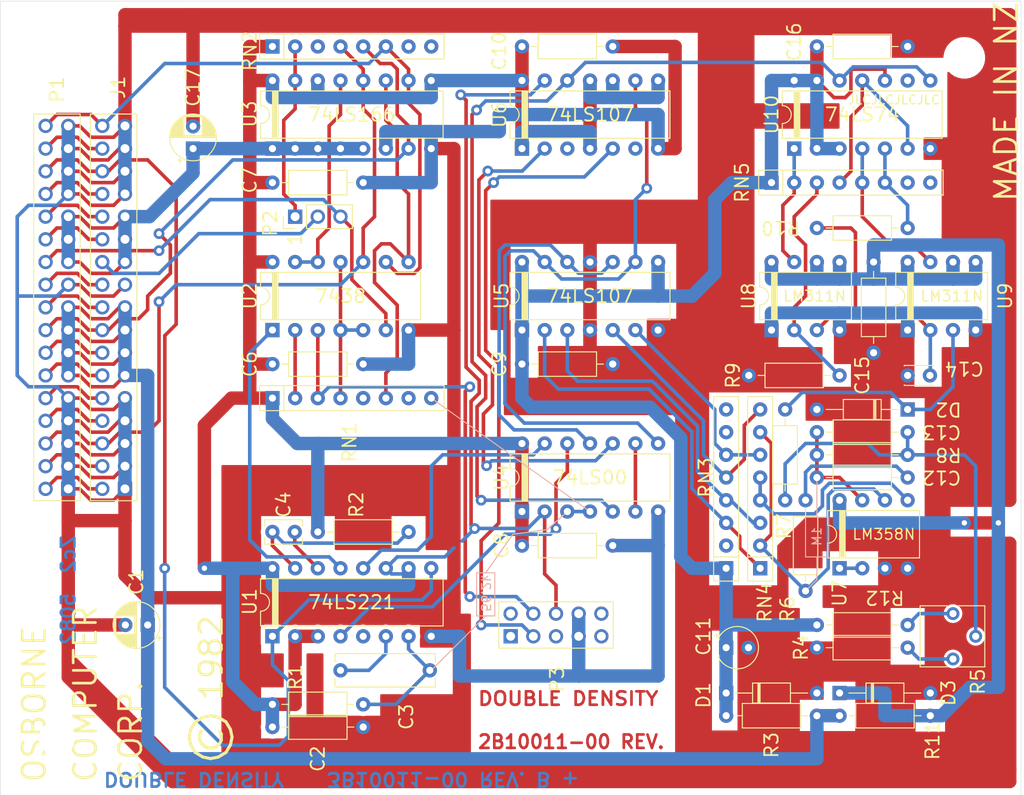
<source format=kicad_pcb>
(kicad_pcb (version 20171130) (host pcbnew 5.1.6)
  (title_block (date 2020-06-07))
  (layers (0 F.Cu signal) (31 B.Cu signal hide) (36 B.SilkS user hide) (37 F.SilkS user) (38 B.Mask user) (39 F.Mask user) (44 Edge.Cuts user))
  (net 0 "")
  (net 1 "Net-(C1-Pad1)")
  (net 2 GND)
  (net 3 VCC)
  (net 4 "Net-(C3-Pad1)")
  (net 5 "Net-(C3-Pad2)")
  (net 6 "Net-(C4-Pad1)")
  (net 7 "Net-(C4-Pad2)")
  (net 8 +5VA)
  (net 9 "Net-(C12-Pad1)")
  (net 10 "Net-(C12-Pad2)")
  (net 11 "Net-(C13-Pad1)")
  (net 12 "Net-(C14-Pad1)")
  (net 13 +9V)
  (net 14 "Net-(D2-Pad1)")
  (net 15 /~LATE)
  (net 16 /32)
  (net 17 /RD_DATA)
  (net 18 /28)
  (net 19 /26)
  (net 20 /24)
  (net 21 /P2_Pin2)
  (net 22 /20)
  (net 23 /18)
  (net 24 /~CPU_CLK)
  (net 25 /14)
  (net 26 /12)
  (net 27 /10)
  (net 28 /8)
  (net 29 /~EARLY)
  (net 30 /4)
  (net 31 /2)
  (net 32 /WR_DATA)
  (net 33 "Net-(P2-Pad1)")
  (net 34 /RD_CLK)
  (net 35 /~RD_DATA)
  (net 36 /~D_DEN)
  (net 37 "Net-(R4-Pad2)")
  (net 38 "Net-(R12-Pad2)")
  (net 39 "Net-(R6-Pad2)")
  (net 40 "Net-(R9-Pad2)")
  (net 41 "Net-(R10-Pad1)")
  (net 42 "Net-(RN1-Pad2)")
  (net 43 "Net-(RN1-Pad4)")
  (net 44 "Net-(RN1-Pad6)")
  (net 45 "Net-(RN3-Pad6)")
  (net 46 "Net-(RN3-Pad5)")
  (net 47 "Net-(RN3-Pad4)")
  (net 48 "Net-(RN3-Pad3)")
  (net 49 "Net-(RN4-Pad4)")
  (net 50 "Net-(RN5-Pad5)")
  (net 51 "Net-(RN5-Pad4)")
  (net 52 "Net-(RN5-Pad2)")
  (net 53 "Net-(U1-Pad13)")
  (net 54 "Net-(U1-Pad12)")
  (net 55 "Net-(U1-Pad4)")
  (net 56 "Net-(U2-Pad12)")
  (net 57 "Net-(U4-Pad6)")
  (net 58 "Net-(U10-Pad12)")
  (net 59 "Net-(U4-Pad11)")
  (net 60 "Net-(U4-Pad10)")
  (net 61 "Net-(U4-Pad8)")
  (net 62 "Net-(U7-Pad1)")
  (net 63 "Net-(U4-Pad3)")
  (module Capacitor_THT:CP_Radial_D5.0mm_P2.50mm (layer F.Cu) (at 41.91 171.45 180)
    (fp_text reference C1 (at 1.27 4.826 90) (layer F.SilkS) (effects (font (size 1.5 1.5) (thickness 0.2))))
    (fp_text value 22uF)
    (pad 1 thru_hole rect (at 0 0 180) (size 1.6 1.6) (drill 0.8) (layers *.Cu *.Mask) (net 1 "Net-(C1-Pad1)"))
    (pad 2 thru_hole circle (at 2.5 0 180) (size 1.6 1.6) (drill 0.8) (layers *.Cu *.Mask) (net 2 GND))
  )
  (module Resistor_THT:R_Axial_DIN0207_L6.3mm_D2.5mm_P10.16mm_Horizontal (layer F.Cu) (at 55.88 182.88)
    (fp_text reference C2 (at 5.08 3.556 90) (layer F.SilkS) (effects (font (size 1.5 1.5) (thickness 0.2))))
    (fp_text value 10nF)
    (pad 2 thru_hole oval (at 10.16 0) (size 1.6 1.6) (drill 0.8) (layers *.Cu *.Mask) (net 2 GND))
    (pad 1 thru_hole circle (at 0 0) (size 1.6 1.6) (drill 0.8) (layers *.Cu *.Mask) (net 3 VCC))
  )
  (module Capacitor_THT:C_Rect_L11.0mm_W3.5mm_P10.00mm_MKT (layer F.Cu) (at 73.5 176.53 180)
    (fp_text reference C3 (at 2.634 -5.207 90) (layer F.SilkS) (effects (font (size 1.5 1.5) (thickness 0.2))))
    (fp_text value "47pF 2%")
    (pad 1 thru_hole circle (at 0 0 180) (size 1.6 1.6) (drill 0.8) (layers *.Cu *.Mask) (net 4 "Net-(C3-Pad1)"))
    (pad 2 thru_hole circle (at 10 0 180) (size 1.6 1.6) (drill 0.8) (layers *.Cu *.Mask) (net 5 "Net-(C3-Pad2)"))
  )
  (module Capacitor_THT:C_Rect_L4.0mm_W2.5mm_P2.50mm (layer F.Cu) (at 55.88 161.036)
    (fp_text reference C4 (at 1.25 -3.048 90) (layer F.SilkS) (effects (font (size 1.5 1.5) (thickness 0.2))))
    (fp_text value "47pF 2%")
    (pad 1 thru_hole circle (at 0 0) (size 1.6 1.6) (drill 0.8) (layers *.Cu *.Mask) (net 6 "Net-(C4-Pad1)"))
    (pad 2 thru_hole circle (at 2.5 0) (size 1.6 1.6) (drill 0.8) (layers *.Cu *.Mask) (net 7 "Net-(C4-Pad2)"))
  )
  (module Resistor_THT:R_Axial_DIN0207_L6.3mm_D2.5mm_P10.16mm_Horizontal (layer F.Cu) (at 55.88 142.24)
    (fp_text reference C6 (at -2.54 0 90) (layer F.SilkS) (effects (font (size 1.5 1.5) (thickness 0.2))))
    (fp_text value 10nF)
    (pad 1 thru_hole circle (at 0 0) (size 1.6 1.6) (drill 0.8) (layers *.Cu *.Mask) (net 3 VCC))
    (pad 2 thru_hole oval (at 10.16 0) (size 1.6 1.6) (drill 0.8) (layers *.Cu *.Mask) (net 2 GND))
  )
  (module Resistor_THT:R_Axial_DIN0207_L6.3mm_D2.5mm_P10.16mm_Horizontal (layer F.Cu) (at 55.88 121.92)
    (fp_text reference C7 (at -2.54 -0.254 90) (layer F.SilkS) (effects (font (size 1.5 1.5) (thickness 0.2))))
    (fp_text value 10nF)
    (pad 2 thru_hole oval (at 10.16 0) (size 1.6 1.6) (drill 0.8) (layers *.Cu *.Mask) (net 2 GND))
    (pad 1 thru_hole circle (at 0 0) (size 1.6 1.6) (drill 0.8) (layers *.Cu *.Mask) (net 3 VCC))
  )
  (module Resistor_THT:R_Axial_DIN0207_L6.3mm_D2.5mm_P10.16mm_Horizontal (layer F.Cu) (at 83.82 162.56)
    (fp_text reference C8 (at -2.286 0 90) (layer F.SilkS) (effects (font (size 1.5 1.5) (thickness 0.2))))
    (fp_text value 10nF)
    (pad 1 thru_hole circle (at 0 0) (size 1.6 1.6) (drill 0.8) (layers *.Cu *.Mask) (net 3 VCC))
    (pad 2 thru_hole oval (at 10.16 0) (size 1.6 1.6) (drill 0.8) (layers *.Cu *.Mask) (net 2 GND))
  )
  (module Resistor_THT:R_Axial_DIN0207_L6.3mm_D2.5mm_P10.16mm_Horizontal (layer F.Cu) (at 83.82 142.24)
    (fp_text reference C9 (at -2.54 0 90) (layer F.SilkS) (effects (font (size 1.5 1.5) (thickness 0.2))))
    (fp_text value 10nF)
    (pad 1 thru_hole circle (at 0 0) (size 1.6 1.6) (drill 0.8) (layers *.Cu *.Mask) (net 8 +5VA))
    (pad 2 thru_hole oval (at 10.16 0) (size 1.6 1.6) (drill 0.8) (layers *.Cu *.Mask) (net 2 GND))
  )
  (module Resistor_THT:R_Axial_DIN0207_L6.3mm_D2.5mm_P10.16mm_Horizontal (layer F.Cu) (at 83.82 106.68)
    (fp_text reference C10 (at -2.54 0.508 90) (layer F.SilkS) (effects (font (size 1.5 1.5) (thickness 0.2))))
    (fp_text value 10nF)
    (pad 2 thru_hole oval (at 10.16 0) (size 1.6 1.6) (drill 0.8) (layers *.Cu *.Mask) (net 2 GND))
    (pad 1 thru_hole circle (at 0 0) (size 1.6 1.6) (drill 0.8) (layers *.Cu *.Mask) (net 3 VCC))
  )
  (module Capacitor_THT:CP_Radial_Tantal_D4.5mm_P2.50mm (layer F.Cu) (at 106.68 173.99)
    (fp_text reference C11 (at -2.54 -1.27 90) (layer F.SilkS) (effects (font (size 1.5 1.5) (thickness 0.2))))
    (fp_text value 1uF)
    (pad 2 thru_hole circle (at 2.5 0) (size 1.6 1.6) (drill 0.8) (layers *.Cu *.Mask) (net 2 GND))
    (pad 1 thru_hole rect (at 0 0) (size 1.6 1.6) (drill 0.8) (layers *.Cu *.Mask) (net 8 +5VA))
  )
  (module Resistor_THT:R_Axial_DIN0207_L6.3mm_D2.5mm_P10.16mm_Horizontal (layer F.Cu) (at 116.84 154.94)
    (fp_text reference C12 (at 13.97 0 180 unlocked) (layer F.SilkS) (effects (font (size 1.5 1.5) (thickness 0.2))))
    (fp_text value 330pF)
    (pad 1 thru_hole circle (at 0 0) (size 1.6 1.6) (drill 0.8) (layers *.Cu *.Mask) (net 9 "Net-(C12-Pad1)"))
    (pad 2 thru_hole oval (at 10.16 0) (size 1.6 1.6) (drill 0.8) (layers *.Cu *.Mask) (net 10 "Net-(C12-Pad2)"))
  )
  (module Resistor_THT:R_Axial_DIN0207_L6.3mm_D2.5mm_P10.16mm_Horizontal (layer F.Cu) (at 127 149.86 180)
    (fp_text reference C13 (at -3.81 0 180 unlocked) (layer F.SilkS) (effects (font (size 1.5 1.5) (thickness 0.2))))
    (fp_text value 3.3nF)
    (pad 2 thru_hole oval (at 10.16 0 180) (size 1.6 1.6) (drill 0.8) (layers *.Cu *.Mask) (net 9 "Net-(C12-Pad1)"))
    (pad 1 thru_hole circle (at 0 0 180) (size 1.6 1.6) (drill 0.8) (layers *.Cu *.Mask) (net 11 "Net-(C13-Pad1)"))
  )
  (module Capacitor_THT:C_Disc_D3.0mm_W2.0mm_P2.50mm (layer F.Cu) (at 129.5 143.51 180)
    (fp_text reference C14 (at -3.85 0.762 180 unlocked) (layer F.SilkS) (effects (font (size 1.5 1.5) (thickness 0.2))))
    (fp_text value 47pF)
    (pad 1 thru_hole circle (at 0 0 180) (size 1.6 1.6) (drill 0.8) (layers *.Cu *.Mask) (net 12 "Net-(C14-Pad1)"))
    (pad 2 thru_hole circle (at 2.5 0 180) (size 1.6 1.6) (drill 0.8) (layers *.Cu *.Mask) (net 2 GND))
  )
  (module Resistor_THT:R_Axial_DIN0207_L6.3mm_D2.5mm_P10.16mm_Horizontal (layer F.Cu) (at 123.19 130.81 270)
    (fp_text reference C15 (at 12.7 1.27 90) (layer F.SilkS) (effects (font (size 1.5 1.5) (thickness 0.2))))
    (fp_text value 100nF)
    (pad 2 thru_hole oval (at 10.16 0 270) (size 1.6 1.6) (drill 0.8) (layers *.Cu *.Mask) (net 2 GND))
    (pad 1 thru_hole circle (at 0 0 270) (size 1.6 1.6) (drill 0.8) (layers *.Cu *.Mask) (net 13 +9V))
  )
  (module Resistor_THT:R_Axial_DIN0207_L6.3mm_D2.5mm_P10.16mm_Horizontal (layer F.Cu) (at 116.84 106.68)
    (fp_text reference C16 (at -2.54 -0.508 90) (layer F.SilkS) (effects (font (size 1.5 1.5) (thickness 0.2))))
    (fp_text value 10nF)
    (pad 2 thru_hole oval (at 10.16 0) (size 1.6 1.6) (drill 0.8) (layers *.Cu *.Mask) (net 2 GND))
    (pad 1 thru_hole circle (at 0 0) (size 1.6 1.6) (drill 0.8) (layers *.Cu *.Mask) (net 8 +5VA))
  )
  (module Capacitor_THT:CP_Radial_D5.0mm_P2.50mm (layer F.Cu) (at 46.99 118.11 90)
    (fp_text reference C17 (at 6.858 0 90) (layer F.SilkS) (effects (font (size 1.5 1.5) (thickness 0.2))))
    (fp_text value 47uF)
    (pad 2 thru_hole circle (at 2.5 0 90) (size 1.6 1.6) (drill 0.8) (layers *.Cu *.Mask) (net 2 GND))
    (pad 1 thru_hole rect (at 0 0 90) (size 1.6 1.6) (drill 0.8) (layers *.Cu *.Mask) (net 3 VCC))
  )
  (module Diode_THT:D_DO-35_SOD27_P10.16mm_Horizontal (layer F.Cu) (at 106.68 179.07)
    (fp_text reference D1 (at -2.54 0.254 90) (layer F.SilkS) (effects (font (size 1.5 1.5) (thickness 0.2))))
    (fp_text value 1N5231B)
    (pad 1 thru_hole rect (at 0 0) (size 1.6 1.6) (drill 0.8) (layers *.Cu *.Mask) (net 8 +5VA))
    (pad 2 thru_hole oval (at 10.16 0) (size 1.6 1.6) (drill 0.8) (layers *.Cu *.Mask) (net 2 GND))
  )
  (module Diode_THT:D_DO-35_SOD27_P10.16mm_Horizontal (layer F.Cu) (at 127 147.32 180)
    (fp_text reference D2 (at -4.572 0 180 unlocked) (layer F.SilkS) (effects (font (size 1.5 1.5) (thickness 0.2))))
    (fp_text value 1N5228B)
    (pad 2 thru_hole oval (at 10.16 0 180) (size 1.6 1.6) (drill 0.8) (layers *.Cu *.Mask) (net 2 GND))
    (pad 1 thru_hole rect (at 0 0 180) (size 1.6 1.6) (drill 0.8) (layers *.Cu *.Mask) (net 14 "Net-(D2-Pad1)"))
  )
  (module Diode_THT:D_DO-35_SOD27_P10.16mm_Horizontal (layer F.Cu) (at 119.38 179.07)
    (fp_text reference D3 (at 12.192 0 90) (layer F.SilkS) (effects (font (size 1.5 1.5) (thickness 0.2))))
    (fp_text value 1N5238)
    (pad 1 thru_hole rect (at 0 0) (size 1.6 1.6) (drill 0.8) (layers *.Cu *.Mask) (net 13 +9V))
    (pad 2 thru_hole oval (at 10.16 0) (size 1.6 1.6) (drill 0.8) (layers *.Cu *.Mask) (net 2 GND))
  )
  (module Resistor_THT:R_Axial_DIN0207_L6.3mm_D2.5mm_P10.16mm_Horizontal (layer F.Cu) (at 66.04 180.34 180)
    (fp_text reference R1 (at 7.62 3.048 90) (layer F.SilkS) (effects (font (size 1.5 1.5) (thickness 0.2))))
    (fp_text value "56.2k 1%")
    (pad 1 thru_hole circle (at 0 0 180) (size 1.6 1.6) (drill 0.8) (layers *.Cu *.Mask) (net 4 "Net-(C3-Pad1)"))
    (pad 2 thru_hole oval (at 10.16 0 180) (size 1.6 1.6) (drill 0.8) (layers *.Cu *.Mask) (net 3 VCC))
  )
  (module Resistor_THT:R_Axial_DIN0207_L6.3mm_D2.5mm_P10.16mm_Horizontal (layer F.Cu) (at 71.12 161.036 180)
    (fp_text reference R2 (at 5.842 3.048 90) (layer F.SilkS) (effects (font (size 1.5 1.5) (thickness 0.2))))
    (fp_text value "10k 1%")
    (pad 2 thru_hole oval (at 10.16 0 180) (size 1.6 1.6) (drill 0.8) (layers *.Cu *.Mask) (net 3 VCC))
    (pad 1 thru_hole circle (at 0 0 180) (size 1.6 1.6) (drill 0.8) (layers *.Cu *.Mask) (net 6 "Net-(C4-Pad1)"))
  )
  (module Resistor_THT:R_Axial_DIN0207_L6.3mm_D2.5mm_P10.16mm_Horizontal (layer F.Cu) (at 116.84 181.61 180)
    (fp_text reference R3 (at 5.08 -3.302 90) (layer F.SilkS) (effects (font (size 1.5 1.5) (thickness 0.2))))
    (fp_text value 240)
    (pad 2 thru_hole oval (at 10.16 0 180) (size 1.6 1.6) (drill 0.8) (layers *.Cu *.Mask) (net 8 +5VA))
    (pad 1 thru_hole circle (at 0 0 180) (size 1.6 1.6) (drill 0.8) (layers *.Cu *.Mask) (net 1 "Net-(C1-Pad1)"))
  )
  (module Resistor_THT:R_Axial_DIN0207_L6.3mm_D2.5mm_P10.16mm_Horizontal (layer F.Cu) (at 116.84 173.99)
    (fp_text reference R4 (at -1.778 0 90) (layer F.SilkS) (effects (font (size 1.5 1.5) (thickness 0.2))))
    (fp_text value "330 2%")
    (pad 1 thru_hole circle (at 0 0) (size 1.6 1.6) (drill 0.8) (layers *.Cu *.Mask) (net 2 GND))
    (pad 2 thru_hole oval (at 10.16 0) (size 1.6 1.6) (drill 0.8) (layers *.Cu *.Mask) (net 37 "Net-(R4-Pad2)"))
  )
  (module Potentiometer_THT:Potentiometer_Vishay_T73YP_Vertical (layer F.Cu) (at 132.08 175.26)
    (fp_text reference R5 (at 2.794 2.54 90) (layer F.SilkS) (effects (font (size 1.5 1.5) (thickness 0.2))))
    (fp_text value 10k)
    (pad 3 thru_hole circle (at 0 -5.08) (size 1.44 1.44) (drill 0.8) (layers *.Cu *.Mask) (net 38 "Net-(R12-Pad2)"))
    (pad 2 thru_hole circle (at 2.54 -2.54) (size 1.44 1.44) (drill 0.8) (layers *.Cu *.Mask) (net 11 "Net-(C13-Pad1)"))
    (pad 1 thru_hole circle (at 0 0) (size 1.44 1.44) (drill 0.8) (layers *.Cu *.Mask) (net 37 "Net-(R4-Pad2)"))
  )
  (module Resistor_THT:R_Axial_DIN0207_L6.3mm_D2.5mm_P10.16mm_Horizontal (layer F.Cu) (at 115.57 157.48 270)
    (fp_text reference R6 (at 12.192 2.032 90) (layer F.SilkS) (effects (font (size 1.5 1.5) (thickness 0.2))))
    (fp_text value 11k)
    (pad 1 thru_hole circle (at 0 0 270) (size 1.6 1.6) (drill 0.8) (layers *.Cu *.Mask) (net 10 "Net-(C12-Pad2)"))
    (pad 2 thru_hole oval (at 10.16 0 270) (size 1.6 1.6) (drill 0.8) (layers *.Cu *.Mask) (net 39 "Net-(R6-Pad2)"))
  )
  (module Resistor_THT:R_Axial_DIN0207_L6.3mm_D2.5mm_P10.16mm_Horizontal (layer F.Cu) (at 113.284 147.32 270)
    (fp_text reference R7 (at 13.081 0.127 90) (layer F.SilkS) (effects (font (size 1.5 1.5) (thickness 0.2))))
    (fp_text value 510)
    (pad 1 thru_hole circle (at 0 0 270) (size 1.6 1.6) (drill 0.8) (layers *.Cu *.Mask) (net 14 "Net-(D2-Pad1)"))
    (pad 2 thru_hole oval (at 10.16 0 270) (size 1.6 1.6) (drill 0.8) (layers *.Cu *.Mask) (net 11 "Net-(C13-Pad1)"))
  )
  (module Resistor_THT:R_Axial_DIN0207_L6.3mm_D2.5mm_P10.16mm_Horizontal (layer F.Cu) (at 127 152.4 180)
    (fp_text reference R8 (at -4.572 0 180 unlocked) (layer F.SilkS) (effects (font (size 1.5 1.5) (thickness 0.2))))
    (fp_text value 16k)
    (pad 2 thru_hole oval (at 10.16 0 180) (size 1.6 1.6) (drill 0.8) (layers *.Cu *.Mask) (net 9 "Net-(C12-Pad1)"))
    (pad 1 thru_hole circle (at 0 0 180) (size 1.6 1.6) (drill 0.8) (layers *.Cu *.Mask) (net 11 "Net-(C13-Pad1)"))
  )
  (module Resistor_THT:R_Axial_DIN0207_L6.3mm_D2.5mm_P10.16mm_Horizontal (layer F.Cu) (at 109.22 143.51)
    (fp_text reference R9 (at -1.778 0 90) (layer F.SilkS) (effects (font (size 1.5 1.5) (thickness 0.2))))
    (fp_text value "9.1k 2%")
    (pad 1 thru_hole circle (at 0 0) (size 1.6 1.6) (drill 0.8) (layers *.Cu *.Mask) (net 2 GND))
    (pad 2 thru_hole oval (at 10.16 0) (size 1.6 1.6) (drill 0.8) (layers *.Cu *.Mask) (net 40 "Net-(R9-Pad2)"))
  )
  (module Resistor_THT:R_Axial_DIN0207_L6.3mm_D2.5mm_P10.16mm_Horizontal (layer F.Cu) (at 127 127 180)
    (fp_text reference R10 (at 14.224 0 180 unlocked) (layer F.SilkS) (effects (font (size 1.5 1.5) (thickness 0.2))))
    (fp_text value "3.01k 1%")
    (pad 2 thru_hole oval (at 10.16 0 180) (size 1.6 1.6) (drill 0.8) (layers *.Cu *.Mask) (net 12 "Net-(C14-Pad1)"))
    (pad 1 thru_hole circle (at 0 0 180) (size 1.6 1.6) (drill 0.8) (layers *.Cu *.Mask) (net 41 "Net-(R10-Pad1)"))
  )
  (module Resistor_THT:R_Axial_DIN0207_L6.3mm_D2.5mm_P10.16mm_Horizontal (layer F.Cu) (at 119.38 181.61)
    (fp_text reference R11 (at 10.414 2.794 90) (layer F.SilkS) (effects (font (size 1.5 1.5) (thickness 0.2))))
    (fp_text value 180)
    (pad 1 thru_hole circle (at 0 0) (size 1.6 1.6) (drill 0.8) (layers *.Cu *.Mask) (net 1 "Net-(C1-Pad1)"))
    (pad 2 thru_hole oval (at 10.16 0) (size 1.6 1.6) (drill 0.8) (layers *.Cu *.Mask) (net 13 +9V))
  )
  (module Resistor_THT:R_Axial_DIN0207_L6.3mm_D2.5mm_P10.16mm_Horizontal (layer F.Cu) (at 116.84 171.45)
    (fp_text reference R12 (at 7.62 -3.048 180 unlocked) (layer F.SilkS) (effects (font (size 1.5 1.5) (thickness 0.2))))
    (fp_text value "4.7k 2%")
    (pad 1 thru_hole circle (at 0 0) (size 1.6 1.6) (drill 0.8) (layers *.Cu *.Mask) (net 8 +5VA))
    (pad 2 thru_hole oval (at 10.16 0) (size 1.6 1.6) (drill 0.8) (layers *.Cu *.Mask) (net 38 "Net-(R12-Pad2)"))
  )
  (module Resistor_THT:R_Array_SIP8 (layer F.Cu) (at 55.88 146.05)
    (fp_text reference RN1 (at 8.636 4.953 90) (layer F.SilkS) (effects (font (size 1.5 1.5) (thickness 0.2))))
    (fp_text value 820)
    (pad 1 thru_hole rect (at 0 0) (size 1.6 1.6) (drill 0.8) (layers *.Cu *.Mask) (net 3 VCC))
    (pad 2 thru_hole oval (at 2.54 0) (size 1.6 1.6) (drill 0.8) (layers *.Cu *.Mask) (net 42 "Net-(RN1-Pad2)"))
    (pad 3 thru_hole oval (at 5.08 0) (size 1.6 1.6) (drill 0.8) (layers *.Cu *.Mask) (net 35 /~RD_DATA))
    (pad 4 thru_hole oval (at 7.62 0) (size 1.6 1.6) (drill 0.8) (layers *.Cu *.Mask) (net 43 "Net-(RN1-Pad4)"))
    (pad 5 thru_hole oval (at 10.16 0) (size 1.6 1.6) (drill 0.8) (layers *.Cu *.Mask))
    (pad 6 thru_hole oval (at 12.7 0) (size 1.6 1.6) (drill 0.8) (layers *.Cu *.Mask) (net 44 "Net-(RN1-Pad6)"))
    (pad 7 thru_hole oval (at 15.24 0) (size 1.6 1.6) (drill 0.8) (layers *.Cu *.Mask))
    (pad 8 thru_hole oval (at 17.78 0) (size 1.6 1.6) (drill 0.8) (layers *.Cu *.Mask))
  )
  (module Resistor_THT:R_Array_SIP8 (layer F.Cu) (at 55.88 106.68)
    (fp_text reference RN2 (at -2.54 0.508 90) (layer F.SilkS) (effects (font (size 1.5 1.5) (thickness 0.2))))
    (fp_text value 150)
    (pad 1 thru_hole rect (at 0 0) (size 1.6 1.6) (drill 0.8) (layers *.Cu *.Mask) (net 3 VCC))
    (pad 2 thru_hole oval (at 2.54 0) (size 1.6 1.6) (drill 0.8) (layers *.Cu *.Mask) (net 33 "Net-(P2-Pad1)"))
    (pad 3 thru_hole oval (at 5.08 0) (size 1.6 1.6) (drill 0.8) (layers *.Cu *.Mask))
    (pad 4 thru_hole oval (at 7.62 0) (size 1.6 1.6) (drill 0.8) (layers *.Cu *.Mask) (net 29 /~EARLY))
    (pad 5 thru_hole oval (at 10.16 0) (size 1.6 1.6) (drill 0.8) (layers *.Cu *.Mask) (net 24 /~CPU_CLK))
    (pad 6 thru_hole oval (at 12.7 0) (size 1.6 1.6) (drill 0.8) (layers *.Cu *.Mask) (net 15 /~LATE))
    (pad 7 thru_hole oval (at 15.24 0) (size 1.6 1.6) (drill 0.8) (layers *.Cu *.Mask))
    (pad 8 thru_hole oval (at 17.78 0) (size 1.6 1.6) (drill 0.8) (layers *.Cu *.Mask))
  )
  (module Resistor_THT:R_Array_SIP8 (layer F.Cu) (at 106.68 165.1 90)
    (fp_text reference RN3 (at 10.16 -2.286 90) (layer F.SilkS) (effects (font (size 1.5 1.5) (thickness 0.2))))
    (fp_text value 4700)
    (pad 8 thru_hole oval (at 17.78 0 90) (size 1.6 1.6) (drill 0.8) (layers *.Cu *.Mask))
    (pad 7 thru_hole oval (at 15.24 0 90) (size 1.6 1.6) (drill 0.8) (layers *.Cu *.Mask))
    (pad 6 thru_hole oval (at 12.7 0 90) (size 1.6 1.6) (drill 0.8) (layers *.Cu *.Mask) (net 45 "Net-(RN3-Pad6)"))
    (pad 5 thru_hole oval (at 10.16 0 90) (size 1.6 1.6) (drill 0.8) (layers *.Cu *.Mask) (net 46 "Net-(RN3-Pad5)"))
    (pad 4 thru_hole oval (at 7.62 0 90) (size 1.6 1.6) (drill 0.8) (layers *.Cu *.Mask) (net 47 "Net-(RN3-Pad4)"))
    (pad 3 thru_hole oval (at 5.08 0 90) (size 1.6 1.6) (drill 0.8) (layers *.Cu *.Mask) (net 48 "Net-(RN3-Pad3)"))
    (pad 2 thru_hole oval (at 2.54 0 90) (size 1.6 1.6) (drill 0.8) (layers *.Cu *.Mask))
    (pad 1 thru_hole rect (at 0 0 90) (size 1.6 1.6) (drill 0.8) (layers *.Cu *.Mask) (net 8 +5VA))
  )
  (module Resistor_THT:R_Array_SIP8 (layer F.Cu) (at 110.49 165.1 90)
    (fp_text reference RN4 (at -3.81 0.508 90) (layer F.SilkS) (effects (font (size 1.5 1.5) (thickness 0.2))))
    (fp_text value 39k)
    (pad 1 thru_hole rect (at 0 0 90) (size 1.6 1.6) (drill 0.8) (layers *.Cu *.Mask) (net 48 "Net-(RN3-Pad3)"))
    (pad 2 thru_hole oval (at 2.54 0 90) (size 1.6 1.6) (drill 0.8) (layers *.Cu *.Mask) (net 39 "Net-(R6-Pad2)"))
    (pad 3 thru_hole oval (at 5.08 0 90) (size 1.6 1.6) (drill 0.8) (layers *.Cu *.Mask) (net 47 "Net-(RN3-Pad4)"))
    (pad 4 thru_hole oval (at 7.62 0 90) (size 1.6 1.6) (drill 0.8) (layers *.Cu *.Mask) (net 49 "Net-(RN4-Pad4)"))
    (pad 5 thru_hole oval (at 10.16 0 90) (size 1.6 1.6) (drill 0.8) (layers *.Cu *.Mask) (net 49 "Net-(RN4-Pad4)"))
    (pad 6 thru_hole oval (at 12.7 0 90) (size 1.6 1.6) (drill 0.8) (layers *.Cu *.Mask) (net 45 "Net-(RN3-Pad6)"))
    (pad 7 thru_hole oval (at 15.24 0 90) (size 1.6 1.6) (drill 0.8) (layers *.Cu *.Mask) (net 39 "Net-(R6-Pad2)"))
    (pad 8 thru_hole oval (at 17.78 0 90) (size 1.6 1.6) (drill 0.8) (layers *.Cu *.Mask) (net 46 "Net-(RN3-Pad5)"))
  )
  (module Resistor_THT:R_Array_SIP8 (layer F.Cu) (at 111.76 121.92)
    (fp_text reference RN5 (at -3.302 0 90) (layer F.SilkS) (effects (font (size 1.5 1.5) (thickness 0.2))))
    (fp_text value 820)
    (pad 8 thru_hole oval (at 17.78 0) (size 1.6 1.6) (drill 0.8) (layers *.Cu *.Mask))
    (pad 7 thru_hole oval (at 15.24 0) (size 1.6 1.6) (drill 0.8) (layers *.Cu *.Mask))
    (pad 6 thru_hole oval (at 12.7 0) (size 1.6 1.6) (drill 0.8) (layers *.Cu *.Mask) (net 41 "Net-(R10-Pad1)"))
    (pad 5 thru_hole oval (at 10.16 0) (size 1.6 1.6) (drill 0.8) (layers *.Cu *.Mask) (net 50 "Net-(RN5-Pad5)"))
    (pad 4 thru_hole oval (at 7.62 0) (size 1.6 1.6) (drill 0.8) (layers *.Cu *.Mask) (net 51 "Net-(RN5-Pad4)"))
    (pad 3 thru_hole oval (at 5.08 0) (size 1.6 1.6) (drill 0.8) (layers *.Cu *.Mask) (net 40 "Net-(R9-Pad2)"))
    (pad 2 thru_hole oval (at 2.54 0) (size 1.6 1.6) (drill 0.8) (layers *.Cu *.Mask) (net 52 "Net-(RN5-Pad2)"))
    (pad 1 thru_hole rect (at 0 0) (size 1.6 1.6) (drill 0.8) (layers *.Cu *.Mask) (net 8 +5VA))
  )
  (module "Custom KiCad Library:DIP-16_W7.62mm" (layer F.Cu) (at 55.88 172.72 90)
    (fp_text reference U1 (at 3.8735 -2.54 90 unlocked) (layer F.SilkS) (effects (font (size 1.5 1.5) (thickness 0.2))))
    (fp_text value 74LS221 (at 3.81 8.89) (layer F.SilkS) (effects (font (size 1.5 1.5) (thickness 0.2))))
    (pad 16 thru_hole oval (at 7.62 0 90) (size 1.6 1.6) (drill 0.8) (layers *.Cu *.Mask) (net 3 VCC))
    (pad 8 thru_hole oval (at 0 17.78 90) (size 1.6 1.6) (drill 0.8) (layers *.Cu *.Mask) (net 2 GND))
    (pad 15 thru_hole oval (at 7.62 2.54 90) (size 1.6 1.6) (drill 0.8) (layers *.Cu *.Mask) (net 6 "Net-(C4-Pad1)"))
    (pad 7 thru_hole oval (at 0 15.24 90) (size 1.6 1.6) (drill 0.8) (layers *.Cu *.Mask) (net 4 "Net-(C3-Pad1)"))
    (pad 14 thru_hole oval (at 7.62 5.08 90) (size 1.6 1.6) (drill 0.8) (layers *.Cu *.Mask) (net 7 "Net-(C4-Pad2)"))
    (pad 6 thru_hole oval (at 0 12.7 90) (size 1.6 1.6) (drill 0.8) (layers *.Cu *.Mask) (net 5 "Net-(C3-Pad2)"))
    (pad 13 thru_hole oval (at 7.62 7.62 90) (size 1.6 1.6) (drill 0.8) (layers *.Cu *.Mask) (net 53 "Net-(U1-Pad13)"))
    (pad 5 thru_hole oval (at 0 10.16 90) (size 1.6 1.6) (drill 0.8) (layers *.Cu *.Mask))
    (pad 12 thru_hole oval (at 7.62 10.16 90) (size 1.6 1.6) (drill 0.8) (layers *.Cu *.Mask) (net 54 "Net-(U1-Pad12)"))
    (pad 4 thru_hole oval (at 0 7.62 90) (size 1.6 1.6) (drill 0.8) (layers *.Cu *.Mask) (net 55 "Net-(U1-Pad4)"))
    (pad 11 thru_hole oval (at 7.62 12.7 90) (size 1.6 1.6) (drill 0.8) (layers *.Cu *.Mask) (net 3 VCC))
    (pad 3 thru_hole oval (at 0 5.08 90) (size 1.6 1.6) (drill 0.8) (layers *.Cu *.Mask) (net 3 VCC))
    (pad 10 thru_hole oval (at 7.62 15.24 90) (size 1.6 1.6) (drill 0.8) (layers *.Cu *.Mask) (net 3 VCC))
    (pad 2 thru_hole oval (at 0 2.54 90) (size 1.6 1.6) (drill 0.8) (layers *.Cu *.Mask) (net 3 VCC))
    (pad 9 thru_hole oval (at 7.62 17.78 90) (size 1.6 1.6) (drill 0.8) (layers *.Cu *.Mask) (net 17 /RD_DATA))
    (pad 1 thru_hole rect (at 0 0 90) (size 1.6 1.6) (drill 0.8) (layers *.Cu *.Mask) (net 17 /RD_DATA))
  )
  (module "Custom KiCad Library:DIP-14_W7.62mm" (layer F.Cu) (at 55.88 138.43 90)
    (fp_text reference U2 (at 3.81 -2.54 90 unlocked) (layer F.SilkS) (effects (font (size 1.5 1.5) (thickness 0.2))))
    (fp_text value 7438 (at 3.81 7.62) (layer F.SilkS) (effects (font (size 1.5 1.5) (thickness 0.2))))
    (pad 1 thru_hole rect (at 0 0 90) (size 1.6 1.6) (drill 0.8) (layers *.Cu *.Mask) (net 53 "Net-(U1-Pad13)"))
    (pad 8 thru_hole oval (at 7.62 15.24 90) (size 1.6 1.6) (drill 0.8) (layers *.Cu *.Mask) (net 44 "Net-(RN1-Pad6)"))
    (pad 2 thru_hole oval (at 0 2.54 90) (size 1.6 1.6) (drill 0.8) (layers *.Cu *.Mask) (net 42 "Net-(RN1-Pad2)"))
    (pad 9 thru_hole oval (at 7.62 12.7 90) (size 1.6 1.6) (drill 0.8) (layers *.Cu *.Mask) (net 15 /~LATE))
    (pad 3 thru_hole oval (at 0 5.08 90) (size 1.6 1.6) (drill 0.8) (layers *.Cu *.Mask) (net 35 /~RD_DATA))
    (pad 10 thru_hole oval (at 7.62 10.16 90) (size 1.6 1.6) (drill 0.8) (layers *.Cu *.Mask) (net 29 /~EARLY))
    (pad 4 thru_hole oval (at 0 7.62 90) (size 1.6 1.6) (drill 0.8) (layers *.Cu *.Mask) (net 43 "Net-(RN1-Pad4)"))
    (pad 11 thru_hole oval (at 7.62 7.62 90) (size 1.6 1.6) (drill 0.8) (layers *.Cu *.Mask) (net 43 "Net-(RN1-Pad4)"))
    (pad 5 thru_hole oval (at 0 10.16 90) (size 1.6 1.6) (drill 0.8) (layers *.Cu *.Mask) (net 43 "Net-(RN1-Pad4)"))
    (pad 12 thru_hole oval (at 7.62 5.08 90) (size 1.6 1.6) (drill 0.8) (layers *.Cu *.Mask) (net 56 "Net-(U2-Pad12)"))
    (pad 6 thru_hole oval (at 0 12.7 90) (size 1.6 1.6) (drill 0.8) (layers *.Cu *.Mask) (net 32 /WR_DATA))
    (pad 13 thru_hole oval (at 7.62 2.54 90) (size 1.6 1.6) (drill 0.8) (layers *.Cu *.Mask) (net 56 "Net-(U2-Pad12)"))
    (pad 7 thru_hole oval (at 0 15.24 90) (size 1.6 1.6) (drill 0.8) (layers *.Cu *.Mask) (net 2 GND))
    (pad 14 thru_hole oval (at 7.62 0 90) (size 1.6 1.6) (drill 0.8) (layers *.Cu *.Mask) (net 3 VCC))
  )
  (module "Custom KiCad Library:DIP-16_W7.62mm" (layer F.Cu) (at 55.88 118.11 90)
    (fp_text reference U3 (at 3.8735 -2.54 90 unlocked) (layer F.SilkS) (effects (font (size 1.5 1.5) (thickness 0.2))))
    (fp_text value 74LS166 (at 3.81 8.89) (layer F.SilkS) (effects (font (size 1.5 1.5) (thickness 0.2))))
    (pad 1 thru_hole rect (at 0 0 90) (size 1.6 1.6) (drill 0.8) (layers *.Cu *.Mask) (net 3 VCC))
    (pad 9 thru_hole oval (at 7.62 17.78 90) (size 1.6 1.6) (drill 0.8) (layers *.Cu *.Mask) (net 3 VCC))
    (pad 2 thru_hole oval (at 0 2.54 90) (size 1.6 1.6) (drill 0.8) (layers *.Cu *.Mask) (net 3 VCC))
    (pad 10 thru_hole oval (at 7.62 15.24 90) (size 1.6 1.6) (drill 0.8) (layers *.Cu *.Mask) (net 15 /~LATE))
    (pad 3 thru_hole oval (at 0 5.08 90) (size 1.6 1.6) (drill 0.8) (layers *.Cu *.Mask) (net 3 VCC))
    (pad 11 thru_hole oval (at 7.62 12.7 90) (size 1.6 1.6) (drill 0.8) (layers *.Cu *.Mask) (net 44 "Net-(RN1-Pad6)"))
    (pad 4 thru_hole oval (at 0 7.62 90) (size 1.6 1.6) (drill 0.8) (layers *.Cu *.Mask) (net 3 VCC))
    (pad 12 thru_hole oval (at 7.62 10.16 90) (size 1.6 1.6) (drill 0.8) (layers *.Cu *.Mask) (net 29 /~EARLY))
    (pad 5 thru_hole oval (at 0 10.16 90) (size 1.6 1.6) (drill 0.8) (layers *.Cu *.Mask) (net 3 VCC))
    (pad 13 thru_hole oval (at 7.62 7.62 90) (size 1.6 1.6) (drill 0.8) (layers *.Cu *.Mask) (net 56 "Net-(U2-Pad12)"))
    (pad 6 thru_hole oval (at 0 12.7 90) (size 1.6 1.6) (drill 0.8) (layers *.Cu *.Mask) (net 2 GND))
    (pad 14 thru_hole oval (at 7.62 5.08 90) (size 1.6 1.6) (drill 0.8) (layers *.Cu *.Mask) (net 3 VCC))
    (pad 7 thru_hole oval (at 0 15.24 90) (size 1.6 1.6) (drill 0.8) (layers *.Cu *.Mask) (net 24 /~CPU_CLK))
    (pad 15 thru_hole oval (at 7.62 2.54 90) (size 1.6 1.6) (drill 0.8) (layers *.Cu *.Mask) (net 33 "Net-(P2-Pad1)"))
    (pad 8 thru_hole oval (at 0 17.78 90) (size 1.6 1.6) (drill 0.8) (layers *.Cu *.Mask) (net 2 GND))
    (pad 16 thru_hole oval (at 7.62 0 90) (size 1.6 1.6) (drill 0.8) (layers *.Cu *.Mask) (net 3 VCC))
  )
  (module "Custom KiCad Library:DIP-14_W7.62mm" (layer F.Cu) (at 83.82 158.75 90)
    (fp_text reference U4 (at 3.81 -2.286 270) (layer F.SilkS) (effects (font (size 1.5 1.5) (thickness 0.2))))
    (fp_text value 74LS00 (at 3.81 7.62) (layer F.SilkS) (effects (font (size 1.5 1.5) (thickness 0.2))))
    (pad 14 thru_hole oval (at 7.62 0 90) (size 1.6 1.6) (drill 0.8) (layers *.Cu *.Mask) (net 3 VCC))
    (pad 7 thru_hole oval (at 0 15.24 90) (size 1.6 1.6) (drill 0.8) (layers *.Cu *.Mask) (net 2 GND))
    (pad 13 thru_hole oval (at 7.62 2.54 90) (size 1.6 1.6) (drill 0.8) (layers *.Cu *.Mask) (net 54 "Net-(U1-Pad12)"))
    (pad 6 thru_hole oval (at 0 12.7 90) (size 1.6 1.6) (drill 0.8) (layers *.Cu *.Mask) (net 57 "Net-(U4-Pad6)"))
    (pad 12 thru_hole oval (at 7.62 5.08 90) (size 1.6 1.6) (drill 0.8) (layers *.Cu *.Mask) (net 55 "Net-(U1-Pad4)"))
    (pad 5 thru_hole oval (at 0 10.16 90) (size 1.6 1.6) (drill 0.8) (layers *.Cu *.Mask) (net 58 "Net-(U10-Pad12)"))
    (pad 11 thru_hole oval (at 7.62 7.62 90) (size 1.6 1.6) (drill 0.8) (layers *.Cu *.Mask) (net 59 "Net-(U4-Pad11)"))
    (pad 4 thru_hole oval (at 0 7.62 90) (size 1.6 1.6) (drill 0.8) (layers *.Cu *.Mask) (net 63 "Net-(U4-Pad3)"))
    (pad 10 thru_hole oval (at 7.62 10.16 90) (size 1.6 1.6) (drill 0.8) (layers *.Cu *.Mask) (net 60 "Net-(U4-Pad10)"))
    (pad 3 thru_hole oval (at 0 5.08 90) (size 1.6 1.6) (drill 0.8) (layers *.Cu *.Mask) (net 63 "Net-(U4-Pad3)"))
    (pad 9 thru_hole oval (at 7.62 12.7 90) (size 1.6 1.6) (drill 0.8) (layers *.Cu *.Mask) (net 57 "Net-(U4-Pad6)"))
    (pad 2 thru_hole oval (at 0 2.54 90) (size 1.6 1.6) (drill 0.8) (layers *.Cu *.Mask) (net 36 /~D_DEN))
    (pad 8 thru_hole oval (at 7.62 15.24 90) (size 1.6 1.6) (drill 0.8) (layers *.Cu *.Mask) (net 61 "Net-(U4-Pad8)"))
    (pad 1 thru_hole rect (at 0 0 90) (size 1.6 1.6) (drill 0.8) (layers *.Cu *.Mask) (net 3 VCC))
  )
  (module "Custom KiCad Library:DIP-14_W7.62mm" (layer F.Cu) (at 83.82 138.43 90)
    (fp_text reference U5 (at 3.81 -2.286 90 unlocked) (layer F.SilkS) (effects (font (size 1.5 1.5) (thickness 0.2))))
    (fp_text value 74LS107 (at 3.81 7.62) (layer F.SilkS) (effects (font (size 1.5 1.5) (thickness 0.2))))
    (pad 14 thru_hole oval (at 7.62 0 90) (size 1.6 1.6) (drill 0.8) (layers *.Cu *.Mask) (net 8 +5VA))
    (pad 7 thru_hole oval (at 0 15.24 90) (size 1.6 1.6) (drill 0.8) (layers *.Cu *.Mask) (net 2 GND))
    (pad 13 thru_hole oval (at 7.62 2.54 90) (size 1.6 1.6) (drill 0.8) (layers *.Cu *.Mask) (net 61 "Net-(U4-Pad8)"))
    (pad 6 thru_hole oval (at 0 12.7 90) (size 1.6 1.6) (drill 0.8) (layers *.Cu *.Mask) (net 45 "Net-(RN3-Pad6)"))
    (pad 12 thru_hole oval (at 7.62 5.08 90) (size 1.6 1.6) (drill 0.8) (layers *.Cu *.Mask) (net 59 "Net-(U4-Pad11)"))
    (pad 5 thru_hole oval (at 0 10.16 90) (size 1.6 1.6) (drill 0.8) (layers *.Cu *.Mask) (net 46 "Net-(RN3-Pad5)"))
    (pad 11 thru_hole oval (at 7.62 7.62 90) (size 1.6 1.6) (drill 0.8) (layers *.Cu *.Mask) (net 2 GND))
    (pad 4 thru_hole oval (at 0 7.62 90) (size 1.6 1.6) (drill 0.8) (layers *.Cu *.Mask) (net 2 GND))
    (pad 10 thru_hole oval (at 7.62 10.16 90) (size 1.6 1.6) (drill 0.8) (layers *.Cu *.Mask) (net 59 "Net-(U4-Pad11)"))
    (pad 3 thru_hole oval (at 0 5.08 90) (size 1.6 1.6) (drill 0.8) (layers *.Cu *.Mask) (net 47 "Net-(RN3-Pad4)"))
    (pad 9 thru_hole oval (at 7.62 12.7 90) (size 1.6 1.6) (drill 0.8) (layers *.Cu *.Mask) (net 61 "Net-(U4-Pad8)"))
    (pad 2 thru_hole oval (at 0 2.54 90) (size 1.6 1.6) (drill 0.8) (layers *.Cu *.Mask) (net 48 "Net-(RN3-Pad3)"))
    (pad 8 thru_hole oval (at 7.62 15.24 90) (size 1.6 1.6) (drill 0.8) (layers *.Cu *.Mask) (net 8 +5VA))
    (pad 1 thru_hole rect (at 0 0 90) (size 1.6 1.6) (drill 0.8) (layers *.Cu *.Mask) (net 8 +5VA))
  )
  (module "Custom KiCad Library:DIP-14_W7.62mm" (layer F.Cu) (at 83.82 118.11 90)
    (fp_text reference U6 (at 3.81 -2.54 90 unlocked) (layer F.SilkS) (effects (font (size 1.5 1.5) (thickness 0.2))))
    (fp_text value 74LS107 (at 3.81 7.62) (layer F.SilkS) (effects (font (size 1.5 1.5) (thickness 0.2))))
    (pad 1 thru_hole rect (at 0 0 90) (size 1.6 1.6) (drill 0.8) (layers *.Cu *.Mask) (net 3 VCC))
    (pad 8 thru_hole oval (at 7.62 15.24 90) (size 1.6 1.6) (drill 0.8) (layers *.Cu *.Mask) (net 3 VCC))
    (pad 2 thru_hole oval (at 0 2.54 90) (size 1.6 1.6) (drill 0.8) (layers *.Cu *.Mask) (net 60 "Net-(U4-Pad10)"))
    (pad 9 thru_hole oval (at 7.62 12.7 90) (size 1.6 1.6) (drill 0.8) (layers *.Cu *.Mask) (net 61 "Net-(U4-Pad8)"))
    (pad 3 thru_hole oval (at 0 5.08 90) (size 1.6 1.6) (drill 0.8) (layers *.Cu *.Mask))
    (pad 10 thru_hole oval (at 7.62 10.16 90) (size 1.6 1.6) (drill 0.8) (layers *.Cu *.Mask) (net 3 VCC))
    (pad 4 thru_hole oval (at 0 7.62 90) (size 1.6 1.6) (drill 0.8) (layers *.Cu *.Mask) (net 3 VCC))
    (pad 11 thru_hole oval (at 7.62 7.62 90) (size 1.6 1.6) (drill 0.8) (layers *.Cu *.Mask) (net 3 VCC))
    (pad 5 thru_hole oval (at 0 10.16 90) (size 1.6 1.6) (drill 0.8) (layers *.Cu *.Mask) (net 34 /RD_CLK))
    (pad 12 thru_hole oval (at 7.62 5.08 90) (size 1.6 1.6) (drill 0.8) (layers *.Cu *.Mask) (net 58 "Net-(U10-Pad12)"))
    (pad 6 thru_hole oval (at 0 12.7 90) (size 1.6 1.6) (drill 0.8) (layers *.Cu *.Mask))
    (pad 13 thru_hole oval (at 7.62 2.54 90) (size 1.6 1.6) (drill 0.8) (layers *.Cu *.Mask) (net 36 /~D_DEN))
    (pad 7 thru_hole oval (at 0 15.24 90) (size 1.6 1.6) (drill 0.8) (layers *.Cu *.Mask) (net 2 GND))
    (pad 14 thru_hole oval (at 7.62 0 90) (size 1.6 1.6) (drill 0.8) (layers *.Cu *.Mask) (net 3 VCC))
  )
  (module "Custom KiCad Library:DIP-8_W7.62mm" (layer F.Cu) (at 119.38 165.1 90)
    (fp_text reference U7 (at -2.794 0 90) (layer F.SilkS) (effects (font (size 1.5 1.5) (thickness 0.2))))
    (fp_text value LM358N (at 3.81 4.953 180) (layer F.SilkS) (effects (font (size 1.2 1.2))))
    (pad 1 thru_hole rect (at 0 0 90) (size 1.6 1.6) (drill 0.8) (layers *.Cu *.Mask) (net 62 "Net-(U7-Pad1)"))
    (pad 5 thru_hole oval (at 7.62 7.62 90) (size 1.6 1.6) (drill 0.8) (layers *.Cu *.Mask) (net 49 "Net-(RN4-Pad4)"))
    (pad 2 thru_hole oval (at 0 2.54 90) (size 1.6 1.6) (drill 0.8) (layers *.Cu *.Mask) (net 62 "Net-(U7-Pad1)"))
    (pad 6 thru_hole oval (at 7.62 5.08 90) (size 1.6 1.6) (drill 0.8) (layers *.Cu *.Mask) (net 39 "Net-(R6-Pad2)"))
    (pad 3 thru_hole oval (at 0 5.08 90) (size 1.6 1.6) (drill 0.8) (layers *.Cu *.Mask) (net 2 GND))
    (pad 7 thru_hole oval (at 7.62 2.54 90) (size 1.6 1.6) (drill 0.8) (layers *.Cu *.Mask) (net 9 "Net-(C12-Pad1)"))
    (pad 4 thru_hole oval (at 0 7.62 90) (size 1.6 1.6) (drill 0.8) (layers *.Cu *.Mask) (net 2 GND))
    (pad 8 thru_hole oval (at 7.62 0 90) (size 1.6 1.6) (drill 0.8) (layers *.Cu *.Mask) (net 13 +9V))
  )
  (module "Custom KiCad Library:DIP-8_W7.62mm" (layer F.Cu) (at 111.76 138.43 90)
    (fp_text reference U8 (at 3.81 -2.54 90) (layer F.SilkS) (effects (font (size 1.5 1.5) (thickness 0.2))))
    (fp_text value LM311N (at 3.81 4.826 180) (layer F.SilkS) (effects (font (size 1.2 1.2))))
    (pad 1 thru_hole rect (at 0 0 90) (size 1.6 1.6) (drill 0.8) (layers *.Cu *.Mask) (net 2 GND))
    (pad 5 thru_hole oval (at 7.62 7.62 90) (size 1.6 1.6) (drill 0.8) (layers *.Cu *.Mask) (net 13 +9V))
    (pad 2 thru_hole oval (at 0 2.54 90) (size 1.6 1.6) (drill 0.8) (layers *.Cu *.Mask) (net 40 "Net-(R9-Pad2)"))
    (pad 6 thru_hole oval (at 7.62 5.08 90) (size 1.6 1.6) (drill 0.8) (layers *.Cu *.Mask) (net 13 +9V))
    (pad 3 thru_hole oval (at 0 5.08 90) (size 1.6 1.6) (drill 0.8) (layers *.Cu *.Mask) (net 12 "Net-(C14-Pad1)"))
    (pad 7 thru_hole oval (at 7.62 2.54 90) (size 1.6 1.6) (drill 0.8) (layers *.Cu *.Mask) (net 52 "Net-(RN5-Pad2)"))
    (pad 4 thru_hole oval (at 0 7.62 90) (size 1.6 1.6) (drill 0.8) (layers *.Cu *.Mask) (net 2 GND))
    (pad 8 thru_hole oval (at 7.62 0 90) (size 1.6 1.6) (drill 0.8) (layers *.Cu *.Mask) (net 13 +9V))
  )
  (module "Custom KiCad Library:DIP-8_W7.62mm" (layer F.Cu) (at 127 138.43 90)
    (fp_text reference U9 (at 3.81 10.922 90) (layer F.SilkS) (effects (font (size 1.5 1.5) (thickness 0.2))))
    (fp_text value LM311N (at 3.81 4.953 180) (layer F.SilkS) (effects (font (size 1.2 1.2))))
    (pad 8 thru_hole oval (at 7.62 0 90) (size 1.6 1.6) (drill 0.8) (layers *.Cu *.Mask) (net 13 +9V))
    (pad 4 thru_hole oval (at 0 7.62 90) (size 1.6 1.6) (drill 0.8) (layers *.Cu *.Mask) (net 2 GND))
    (pad 7 thru_hole oval (at 7.62 2.54 90) (size 1.6 1.6) (drill 0.8) (layers *.Cu *.Mask) (net 50 "Net-(RN5-Pad5)"))
    (pad 3 thru_hole oval (at 0 5.08 90) (size 1.6 1.6) (drill 0.8) (layers *.Cu *.Mask) (net 14 "Net-(D2-Pad1)"))
    (pad 6 thru_hole oval (at 7.62 5.08 90) (size 1.6 1.6) (drill 0.8) (layers *.Cu *.Mask) (net 13 +9V))
    (pad 2 thru_hole oval (at 0 2.54 90) (size 1.6 1.6) (drill 0.8) (layers *.Cu *.Mask) (net 12 "Net-(C14-Pad1)"))
    (pad 5 thru_hole oval (at 7.62 7.62 90) (size 1.6 1.6) (drill 0.8) (layers *.Cu *.Mask) (net 13 +9V))
    (pad 1 thru_hole rect (at 0 0 90) (size 1.6 1.6) (drill 0.8) (layers *.Cu *.Mask) (net 2 GND))
  )
  (module "Custom KiCad Library:DIP-14_W7.62mm" (layer F.Cu) (at 114.3 118.11 90)
    (fp_text reference U10 (at 3.81 -2.54 90) (layer F.SilkS) (effects (font (size 1.5 1.5) (thickness 0.2))))
    (fp_text value 74LS74 (at 3.81 7.62) (layer F.SilkS) (effects (font (size 1.5 1.5) (thickness 0.2))))
    (pad 1 thru_hole rect (at 0 0 90) (size 1.6 1.6) (drill 0.8) (layers *.Cu *.Mask) (net 52 "Net-(RN5-Pad2)"))
    (pad 8 thru_hole oval (at 7.62 15.24 90) (size 1.6 1.6) (drill 0.8) (layers *.Cu *.Mask) (net 58 "Net-(U10-Pad12)"))
    (pad 2 thru_hole oval (at 0 2.54 90) (size 1.6 1.6) (drill 0.8) (layers *.Cu *.Mask) (net 8 +5VA))
    (pad 9 thru_hole oval (at 7.62 12.7 90) (size 1.6 1.6) (drill 0.8) (layers *.Cu *.Mask))
    (pad 3 thru_hole oval (at 0 5.08 90) (size 1.6 1.6) (drill 0.8) (layers *.Cu *.Mask) (net 8 +5VA))
    (pad 10 thru_hole oval (at 7.62 10.16 90) (size 1.6 1.6) (drill 0.8) (layers *.Cu *.Mask) (net 8 +5VA))
    (pad 4 thru_hole oval (at 0 7.62 90) (size 1.6 1.6) (drill 0.8) (layers *.Cu *.Mask) (net 50 "Net-(RN5-Pad5)"))
    (pad 11 thru_hole oval (at 7.62 7.62 90) (size 1.6 1.6) (drill 0.8) (layers *.Cu *.Mask) (net 51 "Net-(RN5-Pad4)"))
    (pad 5 thru_hole oval (at 0 10.16 90) (size 1.6 1.6) (drill 0.8) (layers *.Cu *.Mask) (net 41 "Net-(R10-Pad1)"))
    (pad 12 thru_hole oval (at 7.62 5.08 90) (size 1.6 1.6) (drill 0.8) (layers *.Cu *.Mask) (net 58 "Net-(U10-Pad12)"))
    (pad 6 thru_hole oval (at 0 12.7 90) (size 1.6 1.6) (drill 0.8) (layers *.Cu *.Mask) (net 51 "Net-(RN5-Pad4)"))
    (pad 13 thru_hole oval (at 7.62 2.54 90) (size 1.6 1.6) (drill 0.8) (layers *.Cu *.Mask) (net 8 +5VA))
    (pad 7 thru_hole oval (at 0 15.24 90) (size 1.6 1.6) (drill 0.8) (layers *.Cu *.Mask) (net 2 GND))
    (pad 14 thru_hole oval (at 7.62 0 90) (size 1.6 1.6) (drill 0.8) (layers *.Cu *.Mask) (net 8 +5VA))
  )
  (module MountingHole:MountingHole_4mm (layer F.Cu) (at 133.35 107.95)
    (fp_text reference H1)
    (fp_text value MountingHole)
    (pad 1 np_thru_hole circle (at 0 0) (size 4 4) (drill 4) (layers *.Cu *.Mask))
  )
  (module MountingHole:MountingHole_4mm (layer F.Cu) (at 31.75 184.15)
    (fp_text reference H2)
    (fp_text value MountingHole)
    (pad 1 np_thru_hole circle (at 0 0) (size 4 4) (drill 4) (layers *.Cu *.Mask))
  )
  (module Custom:PinHeader_2x17_P2.54mm_Vertical (layer F.Cu) (at 39.37 156.21 180)
    (fp_text reference J1 (at 0.762 44.958 90) (layer F.SilkS) (effects (font (size 1.5 1.5) (thickness 0.2))))
    (fp_text value Connector)
    (pad 1 thru_hole rect (at 0 0 180) (size 1.6 1.6) (drill 1) (layers *.Cu *.Mask) (net 2 GND))
    (pad 2 thru_hole oval (at 2.54 0 180) (size 1.6 1.6) (drill 1) (layers *.Cu *.Mask) (net 31 /2))
    (pad 3 thru_hole oval (at 0 2.54 180) (size 1.6 1.6) (drill 1) (layers *.Cu *.Mask) (net 2 GND))
    (pad 4 thru_hole oval (at 2.54 2.54 180) (size 1.6 1.6) (drill 1) (layers *.Cu *.Mask) (net 30 /4))
    (pad 5 thru_hole oval (at 0 5.08 180) (size 1.6 1.6) (drill 1) (layers *.Cu *.Mask) (net 2 GND))
    (pad 6 thru_hole oval (at 2.54 5.08 180) (size 1.6 1.6) (drill 1) (layers *.Cu *.Mask) (net 29 /~EARLY))
    (pad 7 thru_hole oval (at 0 7.62 180) (size 1.6 1.6) (drill 1) (layers *.Cu *.Mask) (net 2 GND))
    (pad 8 thru_hole oval (at 2.54 7.62 180) (size 1.6 1.6) (drill 1) (layers *.Cu *.Mask) (net 28 /8))
    (pad 9 thru_hole oval (at 0 10.16 180) (size 1.6 1.6) (drill 1) (layers *.Cu *.Mask) (net 2 GND))
    (pad 10 thru_hole oval (at 2.54 10.16 180) (size 1.6 1.6) (drill 1) (layers *.Cu *.Mask) (net 27 /10))
    (pad 11 thru_hole oval (at 0 12.7 180) (size 1.6 1.6) (drill 1) (layers *.Cu *.Mask) (net 1 "Net-(C1-Pad1)"))
    (pad 12 thru_hole oval (at 2.54 12.7 180) (size 1.6 1.6) (drill 1) (layers *.Cu *.Mask) (net 26 /12))
    (pad 13 thru_hole oval (at 0 15.24 180) (size 1.6 1.6) (drill 1) (layers *.Cu *.Mask) (net 1 "Net-(C1-Pad1)"))
    (pad 14 thru_hole oval (at 2.54 15.24 180) (size 1.6 1.6) (drill 1) (layers *.Cu *.Mask) (net 25 /14))
    (pad 15 thru_hole oval (at 0 17.78 180) (size 1.6 1.6) (drill 1) (layers *.Cu *.Mask) (net 1 "Net-(C1-Pad1)"))
    (pad 16 thru_hole oval (at 2.54 17.78 180) (size 1.6 1.6) (drill 1) (layers *.Cu *.Mask) (net 24 /~CPU_CLK))
    (pad 17 thru_hole oval (at 0 20.32 180) (size 1.6 1.6) (drill 1) (layers *.Cu *.Mask) (net 1 "Net-(C1-Pad1)"))
    (pad 18 thru_hole oval (at 2.54 20.32 180) (size 1.6 1.6) (drill 1) (layers *.Cu *.Mask) (net 23 /18))
    (pad 19 thru_hole oval (at 0 22.86 180) (size 1.6 1.6) (drill 1) (layers *.Cu *.Mask) (net 2 GND))
    (pad 20 thru_hole oval (at 2.54 22.86 180) (size 1.6 1.6) (drill 1) (layers *.Cu *.Mask) (net 22 /20))
    (pad 21 thru_hole oval (at 0 25.4 180) (size 1.6 1.6) (drill 1) (layers *.Cu *.Mask) (net 3 VCC))
    (pad 22 thru_hole oval (at 2.54 25.4 180) (size 1.6 1.6) (drill 1) (layers *.Cu *.Mask) (net 21 /P2_Pin2))
    (pad 23 thru_hole oval (at 0 27.94 180) (size 1.6 1.6) (drill 1) (layers *.Cu *.Mask) (net 3 VCC))
    (pad 24 thru_hole oval (at 2.54 27.94 180) (size 1.6 1.6) (drill 1) (layers *.Cu *.Mask) (net 20 /24))
    (pad 25 thru_hole oval (at 0 30.48 180) (size 1.6 1.6) (drill 1) (layers *.Cu *.Mask) (net 3 VCC))
    (pad 26 thru_hole oval (at 2.54 30.48 180) (size 1.6 1.6) (drill 1) (layers *.Cu *.Mask) (net 19 /26))
    (pad 27 thru_hole oval (at 0 33.02 180) (size 1.6 1.6) (drill 1) (layers *.Cu *.Mask) (net 2 GND))
    (pad 28 thru_hole oval (at 2.54 33.02 180) (size 1.6 1.6) (drill 1) (layers *.Cu *.Mask) (net 18 /28))
    (pad 29 thru_hole oval (at 0 35.56 180) (size 1.6 1.6) (drill 1) (layers *.Cu *.Mask) (net 2 GND))
    (pad 30 thru_hole oval (at 2.54 35.56 180) (size 1.6 1.6) (drill 1) (layers *.Cu *.Mask) (net 17 /RD_DATA))
    (pad 31 thru_hole oval (at 0 38.1 180) (size 1.6 1.6) (drill 1) (layers *.Cu *.Mask) (net 2 GND))
    (pad 32 thru_hole oval (at 2.54 38.1 180) (size 1.6 1.6) (drill 1) (layers *.Cu *.Mask) (net 16 /32))
    (pad 33 thru_hole oval (at 0 40.64 180) (size 1.6 1.6) (drill 1) (layers *.Cu *.Mask) (net 2 GND))
    (pad 34 thru_hole oval (at 2.54 40.64 180) (size 1.6 1.6) (drill 1) (layers *.Cu *.Mask) (net 15 /~LATE))
  )
  (module Custom:PinHeader_2x17_P2.54mm_Vertical (layer F.Cu) (at 33.02 156.21 180)
    (fp_text reference P1 (at 1.27 44.704 90) (layer F.SilkS) (effects (font (size 1.5 1.5) (thickness 0.2))))
    (fp_text value Header)
    (pad 34 thru_hole oval (at 2.54 40.64 180) (size 1.6 1.6) (drill 1) (layers *.Cu *.Mask) (net 15 /~LATE))
    (pad 33 thru_hole oval (at 0 40.64 180) (size 1.6 1.6) (drill 1) (layers *.Cu *.Mask) (net 2 GND))
    (pad 32 thru_hole oval (at 2.54 38.1 180) (size 1.6 1.6) (drill 1) (layers *.Cu *.Mask) (net 16 /32))
    (pad 31 thru_hole oval (at 0 38.1 180) (size 1.6 1.6) (drill 1) (layers *.Cu *.Mask) (net 2 GND))
    (pad 30 thru_hole oval (at 2.54 35.56 180) (size 1.6 1.6) (drill 1) (layers *.Cu *.Mask) (net 17 /RD_DATA))
    (pad 29 thru_hole oval (at 0 35.56 180) (size 1.6 1.6) (drill 1) (layers *.Cu *.Mask) (net 2 GND))
    (pad 28 thru_hole oval (at 2.54 33.02 180) (size 1.6 1.6) (drill 1) (layers *.Cu *.Mask) (net 18 /28))
    (pad 27 thru_hole oval (at 0 33.02 180) (size 1.6 1.6) (drill 1) (layers *.Cu *.Mask) (net 2 GND))
    (pad 26 thru_hole oval (at 2.54 30.48 180) (size 1.6 1.6) (drill 1) (layers *.Cu *.Mask) (net 19 /26))
    (pad 25 thru_hole oval (at 0 30.48 180) (size 1.6 1.6) (drill 1) (layers *.Cu *.Mask) (net 3 VCC))
    (pad 24 thru_hole oval (at 2.54 27.94 180) (size 1.6 1.6) (drill 1) (layers *.Cu *.Mask) (net 20 /24))
    (pad 23 thru_hole oval (at 0 27.94 180) (size 1.6 1.6) (drill 1) (layers *.Cu *.Mask) (net 3 VCC))
    (pad 22 thru_hole oval (at 2.54 25.4 180) (size 1.6 1.6) (drill 1) (layers *.Cu *.Mask) (net 32 /WR_DATA))
    (pad 21 thru_hole oval (at 0 25.4 180) (size 1.6 1.6) (drill 1) (layers *.Cu *.Mask) (net 3 VCC))
    (pad 20 thru_hole oval (at 2.54 22.86 180) (size 1.6 1.6) (drill 1) (layers *.Cu *.Mask) (net 22 /20))
    (pad 19 thru_hole oval (at 0 22.86 180) (size 1.6 1.6) (drill 1) (layers *.Cu *.Mask) (net 2 GND))
    (pad 18 thru_hole oval (at 2.54 20.32 180) (size 1.6 1.6) (drill 1) (layers *.Cu *.Mask) (net 23 /18))
    (pad 17 thru_hole oval (at 0 20.32 180) (size 1.6 1.6) (drill 1) (layers *.Cu *.Mask) (net 1 "Net-(C1-Pad1)"))
    (pad 16 thru_hole oval (at 2.54 17.78 180) (size 1.6 1.6) (drill 1) (layers *.Cu *.Mask) (net 24 /~CPU_CLK))
    (pad 15 thru_hole oval (at 0 17.78 180) (size 1.6 1.6) (drill 1) (layers *.Cu *.Mask) (net 1 "Net-(C1-Pad1)"))
    (pad 14 thru_hole oval (at 2.54 15.24 180) (size 1.6 1.6) (drill 1) (layers *.Cu *.Mask) (net 25 /14))
    (pad 13 thru_hole oval (at 0 15.24 180) (size 1.6 1.6) (drill 1) (layers *.Cu *.Mask) (net 1 "Net-(C1-Pad1)"))
    (pad 12 thru_hole oval (at 2.54 12.7 180) (size 1.6 1.6) (drill 1) (layers *.Cu *.Mask) (net 26 /12))
    (pad 11 thru_hole oval (at 0 12.7 180) (size 1.6 1.6) (drill 1) (layers *.Cu *.Mask) (net 1 "Net-(C1-Pad1)"))
    (pad 10 thru_hole oval (at 2.54 10.16 180) (size 1.6 1.6) (drill 1) (layers *.Cu *.Mask) (net 27 /10))
    (pad 9 thru_hole oval (at 0 10.16 180) (size 1.6 1.6) (drill 1) (layers *.Cu *.Mask) (net 2 GND))
    (pad 8 thru_hole oval (at 2.54 7.62 180) (size 1.6 1.6) (drill 1) (layers *.Cu *.Mask) (net 28 /8))
    (pad 7 thru_hole oval (at 0 7.62 180) (size 1.6 1.6) (drill 1) (layers *.Cu *.Mask) (net 2 GND))
    (pad 6 thru_hole oval (at 2.54 5.08 180) (size 1.6 1.6) (drill 1) (layers *.Cu *.Mask) (net 29 /~EARLY))
    (pad 5 thru_hole oval (at 0 5.08 180) (size 1.6 1.6) (drill 1) (layers *.Cu *.Mask) (net 2 GND))
    (pad 4 thru_hole oval (at 2.54 2.54 180) (size 1.6 1.6) (drill 1) (layers *.Cu *.Mask) (net 30 /4))
    (pad 3 thru_hole oval (at 0 2.54 180) (size 1.6 1.6) (drill 1) (layers *.Cu *.Mask) (net 2 GND))
    (pad 2 thru_hole oval (at 2.54 0 180) (size 1.6 1.6) (drill 1) (layers *.Cu *.Mask) (net 31 /2))
    (pad 1 thru_hole rect (at 0 0 180) (size 1.6 1.6) (drill 1) (layers *.Cu *.Mask) (net 2 GND))
  )
  (module Custom:PinHeader_1x03_P2.54mm_Vertical (layer F.Cu) (at 58.42 125.73 90)
    (fp_text reference P2 (at -0.762 -2.794 90) (layer F.SilkS) (effects (font (size 1.5 1.5) (thickness 0.2))))
    (fp_text value Jumper)
    (pad 1 thru_hole rect (at 0 0 90) (size 1.6 1.6) (drill 1) (layers *.Cu *.Mask) (net 33 "Net-(P2-Pad1)"))
    (pad 2 thru_hole oval (at 0 2.54 90) (size 1.6 1.6) (drill 1) (layers *.Cu *.Mask) (net 21 /P2_Pin2))
    (pad 3 thru_hole oval (at 0 5.08 90) (size 1.6 1.6) (drill 1) (layers *.Cu *.Mask) (net 32 /WR_DATA))
  )
  (module Custom:PinHeader_2x05_P2.54mm_Vertical (layer F.Cu) (at 82.55 172.72 90)
    (fp_text reference P3 (at -4.826 5.207 90) (layer F.SilkS) (effects (font (size 1.5 1.5) (thickness 0.2))))
    (fp_text value Ribbon)
    (pad 1 thru_hole rect (at 0 0 90) (size 1.6 1.6) (drill 1) (layers *.Cu *.Mask))
    (pad 2 thru_hole oval (at 2.54 0 90) (size 1.6 1.6) (drill 1) (layers *.Cu *.Mask))
    (pad 3 thru_hole oval (at 0 2.54 90) (size 1.6 1.6) (drill 1) (layers *.Cu *.Mask) (net 34 /RD_CLK))
    (pad 4 thru_hole oval (at 2.54 2.54 90) (size 1.6 1.6) (drill 1) (layers *.Cu *.Mask) (net 35 /~RD_DATA))
    (pad 5 thru_hole oval (at 0 5.08 90) (size 1.6 1.6) (drill 1) (layers *.Cu *.Mask))
    (pad 6 thru_hole oval (at 2.54 5.08 90) (size 1.6 1.6) (drill 1) (layers *.Cu *.Mask) (net 36 /~D_DEN))
    (pad 7 thru_hole oval (at 0 7.62 90) (size 1.6 1.6) (drill 1) (layers *.Cu *.Mask) (net 2 GND))
    (pad 8 thru_hole oval (at 2.54 7.62 90) (size 1.6 1.6) (drill 1) (layers *.Cu *.Mask) (net 2 GND))
    (pad 9 thru_hole oval (at 0 10.16 90) (size 1.6 1.6) (drill 1) (layers *.Cu *.Mask))
    (pad 10 thru_hole oval (at 2.54 10.16 90) (size 1.6 1.6) (drill 1) (layers *.Cu *.Mask))
  )
  (gr_text "DOUBLE DENSITY\n\n\n" (at 78.74 182.118) (layer F.Cu) (effects (font (size 1.5 1.6) (thickness 0.3)) (justify left)))
  (gr_text © (at 49.022 187.325 90) (layer F.SilkS) (effects (font (size 3.6 3.6) (thickness 0.35)) (justify left)))
  (gr_text JLCJLCJLCJLC (at 125.476 112.649) (layer F.SilkS) (effects (font (size 1 1))))
  (gr_text 1 (at 58.42 128.27 90) (layer F.SilkS) (effects (font (size 1.5 1.5) (thickness 0.2))))
  (gr_line (start 86.614 160.782) (end 88.9 158.75) (layer B.SilkS) (width 0.12))
  (gr_line (start 82.804 161.29) (end 86.614 160.782) (layer B.SilkS) (width 0.12))
  (gr_line (start 79.756 165.608) (end 82.804 161.29) (layer B.SilkS) (width 0.12))
  (gr_line (start 79.756 170.434) (end 73.66 176.53) (layer B.SilkS) (width 0.12))
  (gr_text 1M (at 116.84 161.544 90) (layer B.SilkS) (effects (font (size 1 1)) (justify mirror)))
  (gr_line (start 115.57 163.83) (end 118.11 163.83) (layer B.SilkS) (width 0.12))
  (gr_line (start 116.84 166.37) (end 115.57 167.64) (layer B.SilkS) (width 0.12))
  (gr_line (start 116.84 163.83) (end 116.84 166.37) (layer B.SilkS) (width 0.12))
  (gr_line (start 118.11 163.83) (end 118.11 159.385) (layer B.SilkS) (width 0.12))
  (gr_line (start 115.57 159.385) (end 115.57 163.83) (layer B.SilkS) (width 0.12))
  (gr_line (start 118.11 159.385) (end 115.57 159.385) (layer B.SilkS) (width 0.12))
  (gr_line (start 116.84 154.94) (end 116.84 159.385) (layer B.SilkS) (width 0.12))
  (gr_line (start 73.66 146.05) (end 91.44 158.75) (layer B.SilkS) (width 0.12))
  (gr_text 56.2k (at 79.756 167.894 270) (layer B.SilkS) (effects (font (size 1 1)) (justify mirror)))
  (gr_line (start 78.74 165.608) (end 78.74 170.434) (layer B.SilkS) (width 0.12))
  (gr_line (start 80.772 165.608) (end 78.74 165.608) (layer B.SilkS) (width 0.12))
  (gr_line (start 80.772 170.434) (end 80.772 165.608) (layer B.SilkS) (width 0.12))
  (gr_line (start 78.74 170.434) (end 80.772 170.434) (layer B.SilkS) (width 0.12))
  (gr_text 1982 (at 49.022 180.086 90) (layer F.SilkS) (effects (font (size 2.5 2.5) (thickness 0.3)) (justify left)))
  (gr_text CORP. (at 40.005 189.23 90) (layer F.SilkS) (effects (font (size 2.5 2.5) (thickness 0.3)) (justify left)))
  (gr_text COMPUTER (at 34.925 189.23 90) (layer F.SilkS) (effects (font (size 2.5 2.5) (thickness 0.3)) (justify left)))
  (gr_text "DOUBLE DENSITY    3B10011-00 REV. B +" (at 36.83 188.722 180) (layer B.Cu) (effects (font (size 1.5 1.6) (thickness 0.3)) (justify left mirror)))
  (gr_text "Zc2  5082" (at 33.02 161.29 90) (layer B.Cu) (effects (font (size 1.5 1.5) (thickness 0.3)) (justify left mirror)))
  (gr_text OSBORNE (at 29.21 189.23 90) (layer F.SilkS) (effects (font (size 2.5 2.5) (thickness 0.3)) (justify left)))
  (gr_text "\n\n2B10011-00 REV." (at 78.74 182.118) (layer F.Cu) (effects (font (size 1.5 1.5) (thickness 0.3)) (justify left)))
  (gr_text "MADE IN NZ" (at 138.049 101.473 90) (layer F.SilkS) (effects (font (size 2.5 2.5) (thickness 0.3)) (justify right)))
  (gr_line (start 25.4 190.5) (end 25.4 101.6) (layer Edge.Cuts) (width 0.05))
  (gr_line (start 139.7 190.5) (end 25.4 190.5) (layer Edge.Cuts) (width 0.05))
  (gr_line (start 139.7 101.6) (end 139.7 190.5) (layer Edge.Cuts) (width 0.05))
  (gr_line (start 25.4 101.6) (end 139.7 101.6) (layer Edge.Cuts) (width 0.05))
  (segment (start 38.1 139.7) (end 39.37 138.43) (width 0.4) (layer F.Cu) (net 1))
  (segment (start 33.02 138.43) (end 34.29 138.43) (width 0.4) (layer F.Cu) (net 1))
  (segment (start 34.29 138.43) (end 35.56 139.7) (width 0.4) (layer F.Cu) (net 1))
  (segment (start 35.56 139.7) (end 38.1 139.7) (width 0.4) (layer F.Cu) (net 1))
  (segment (start 33.02 140.97) (end 34.29 140.97) (width 0.4) (layer F.Cu) (net 1))
  (segment (start 35.56 142.24) (end 38.1 142.24) (width 0.4) (layer F.Cu) (net 1))
  (segment (start 38.1 142.24) (end 39.37 140.97) (width 0.4) (layer F.Cu) (net 1))
  (segment (start 34.29 140.97) (end 35.56 142.24) (width 0.4) (layer F.Cu) (net 1))
  (segment (start 38.1 144.78) (end 39.37 143.51) (width 0.4) (layer F.Cu) (net 1))
  (segment (start 34.29 143.51) (end 35.56 144.78) (width 0.4) (layer F.Cu) (net 1))
  (segment (start 33.02 143.51) (end 34.29 143.51) (width 0.4) (layer F.Cu) (net 1))
  (segment (start 35.56 144.78) (end 38.1 144.78) (width 0.4) (layer F.Cu) (net 1))
  (segment (start 37.465 137.16) (end 38.735 135.89) (width 0.4) (layer F.Cu) (net 1))
  (segment (start 35.56 137.16) (end 37.465 137.16) (width 0.4) (layer F.Cu) (net 1))
  (segment (start 33.02 135.89) (end 34.29 135.89) (width 0.4) (layer F.Cu) (net 1))
  (segment (start 38.735 135.89) (end 39.37 135.89) (width 0.4) (layer F.Cu) (net 1))
  (segment (start 34.29 135.89) (end 35.56 137.16) (width 0.4) (layer F.Cu) (net 1))
  (segment (start 116.84 181.61) (end 119.38 181.61) (width 1.5) (layer B.Cu) (net 1))
  (segment (start 41.91 143.51) (end 39.37 143.51) (width 1.5) (layer B.Cu) (net 1))
  (segment (start 41.91 171.45) (end 41.91 143.51) (width 1.5) (layer B.Cu) (net 1))
  (segment (start 116.84 186.436) (end 116.84 181.61) (width 1.5) (layer B.Cu) (net 1))
  (segment (start 43.942 186.436) (end 116.84 186.436) (width 1.5) (layer B.Cu) (net 1))
  (segment (start 41.91 171.45) (end 41.91 184.404) (width 1.5) (layer B.Cu) (net 1))
  (segment (start 41.91 184.404) (end 43.942 186.436) (width 1.5) (layer B.Cu) (net 1))
  (segment (start 33.02 135.89) (end 33.02 143.51) (width 1.5) (layer B.Cu) (net 1))
  (segment (start 39.37 143.51) (end 39.37 135.89) (width 1.5) (layer B.Cu) (net 1))
  (segment (start 33.02 115.57) (end 34.29 115.57) (width 0.4) (layer F.Cu) (net 2))
  (segment (start 34.29 115.57) (end 35.56 116.84) (width 0.4) (layer F.Cu) (net 2))
  (segment (start 38.1 116.84) (end 39.37 115.57) (width 0.4) (layer F.Cu) (net 2))
  (segment (start 35.56 116.84) (end 38.1 116.84) (width 0.4) (layer F.Cu) (net 2))
  (segment (start 34.29 120.65) (end 35.56 121.92) (width 0.4) (layer F.Cu) (net 2))
  (segment (start 38.1 121.92) (end 39.37 120.65) (width 0.4) (layer F.Cu) (net 2))
  (segment (start 33.02 120.65) (end 34.29 120.65) (width 0.4) (layer F.Cu) (net 2))
  (segment (start 35.56 121.92) (end 38.1 121.92) (width 0.4) (layer F.Cu) (net 2))
  (segment (start 34.29 123.19) (end 35.56 124.46) (width 0.4) (layer F.Cu) (net 2))
  (segment (start 38.1 124.46) (end 39.37 123.19) (width 0.4) (layer F.Cu) (net 2))
  (segment (start 33.02 123.19) (end 34.29 123.19) (width 0.4) (layer F.Cu) (net 2))
  (segment (start 35.56 124.46) (end 38.1 124.46) (width 0.4) (layer F.Cu) (net 2))
  (segment (start 35.56 134.62) (end 38.1 134.62) (width 0.4) (layer F.Cu) (net 2))
  (segment (start 38.1 134.62) (end 39.37 133.35) (width 0.4) (layer F.Cu) (net 2))
  (segment (start 33.02 133.35) (end 34.29 133.35) (width 0.4) (layer F.Cu) (net 2))
  (segment (start 34.29 133.35) (end 35.56 134.62) (width 0.4) (layer F.Cu) (net 2))
  (segment (start 35.56 147.32) (end 38.1 147.32) (width 0.4) (layer F.Cu) (net 2))
  (segment (start 38.1 147.32) (end 39.37 146.05) (width 0.4) (layer F.Cu) (net 2))
  (segment (start 33.02 146.05) (end 34.29 146.05) (width 0.4) (layer F.Cu) (net 2))
  (segment (start 34.29 146.05) (end 35.56 147.32) (width 0.4) (layer F.Cu) (net 2))
  (segment (start 33.02 151.13) (end 34.29 151.13) (width 0.4) (layer F.Cu) (net 2))
  (segment (start 35.56 152.4) (end 38.1 152.4) (width 0.4) (layer F.Cu) (net 2))
  (segment (start 34.29 151.13) (end 35.56 152.4) (width 0.4) (layer F.Cu) (net 2))
  (segment (start 38.1 152.4) (end 39.37 151.13) (width 0.4) (layer F.Cu) (net 2))
  (segment (start 34.29 153.67) (end 35.56 154.94) (width 0.4) (layer F.Cu) (net 2))
  (segment (start 35.56 154.94) (end 38.1 154.94) (width 0.4) (layer F.Cu) (net 2))
  (segment (start 38.1 154.94) (end 39.37 153.67) (width 0.4) (layer F.Cu) (net 2))
  (segment (start 33.02 153.67) (end 34.29 153.67) (width 0.4) (layer F.Cu) (net 2))
  (segment (start 33.02 156.21) (end 34.29 156.21) (width 0.4) (layer F.Cu) (net 2))
  (segment (start 38.1 157.48) (end 39.37 156.21) (width 0.4) (layer F.Cu) (net 2))
  (segment (start 35.56 157.48) (end 38.1 157.48) (width 0.4) (layer F.Cu) (net 2))
  (segment (start 34.29 156.21) (end 35.56 157.48) (width 0.4) (layer F.Cu) (net 2))
  (segment (start 37.465 149.86) (end 38.735 148.59) (width 0.4) (layer F.Cu) (net 2))
  (segment (start 38.735 148.59) (end 39.37 148.59) (width 0.4) (layer F.Cu) (net 2))
  (segment (start 35.56 149.86) (end 37.465 149.86) (width 0.4) (layer F.Cu) (net 2))
  (segment (start 33.02 148.59) (end 34.29 148.59) (width 0.4) (layer F.Cu) (net 2))
  (segment (start 34.29 148.59) (end 35.56 149.86) (width 0.4) (layer F.Cu) (net 2))
  (segment (start 38.735 118.11) (end 39.37 118.11) (width 0.4) (layer F.Cu) (net 2))
  (segment (start 37.465 119.38) (end 38.735 118.11) (width 0.4) (layer F.Cu) (net 2))
  (segment (start 35.56 119.38) (end 37.465 119.38) (width 0.4) (layer F.Cu) (net 2))
  (segment (start 33.02 118.11) (end 34.29 118.11) (width 0.4) (layer F.Cu) (net 2))
  (segment (start 34.29 118.11) (end 35.56 119.38) (width 0.4) (layer F.Cu) (net 2))
  (segment (start 33.02 123.19) (end 31.75 124.46) (width 0.4) (layer B.Cu) (net 2))
  (segment (start 31.75 124.46) (end 28.575 124.46) (width 0.4) (layer B.Cu) (net 2))
  (segment (start 28.575 124.46) (end 27.305 125.73) (width 0.4) (layer B.Cu) (net 2))
  (segment (start 27.305 143.51) (end 28.575 144.78) (width 0.4) (layer B.Cu) (net 2))
  (segment (start 31.75 144.78) (end 33.02 146.05) (width 0.4) (layer B.Cu) (net 2))
  (segment (start 28.575 144.78) (end 31.75 144.78) (width 0.4) (layer B.Cu) (net 2))
  (segment (start 33.02 133.35) (end 31.75 134.62) (width 0.4) (layer B.Cu) (net 2))
  (segment (start 31.75 134.62) (end 27.305 134.62) (width 0.4) (layer B.Cu) (net 2))
  (segment (start 27.305 125.73) (end 27.305 134.62) (width 0.4) (layer B.Cu) (net 2))
  (segment (start 27.305 134.62) (end 27.305 143.51) (width 0.4) (layer B.Cu) (net 2))
  (segment (start 111.76 138.43) (end 111.76 136.525) (width 1.5) (layer B.Cu) (net 2))
  (segment (start 134.62 136.525) (end 134.62 138.43) (width 1.5) (layer B.Cu) (net 2))
  (segment (start 127 136.525) (end 127 138.43) (width 1.5) (layer B.Cu) (net 2))
  (segment (start 127 136.525) (end 134.62 136.525) (width 1.5) (layer B.Cu) (net 2))
  (segment (start 119.38 136.525) (end 119.38 138.43) (width 1.5) (layer B.Cu) (net 2))
  (segment (start 119.38 136.525) (end 127 136.525) (width 1.5) (layer B.Cu) (net 2))
  (segment (start 111.76 136.525) (end 119.38 136.525) (width 1.5) (layer B.Cu) (net 2))
  (segment (start 99.06 118.11) (end 99.06 114.3) (width 1.5) (layer B.Cu) (net 2))
  (segment (start 99.06 114.3) (end 81.28 114.3) (width 1.5) (layer B.Cu) (net 2))
  (segment (start 81.28 114.3) (end 81.28 116.205) (width 1.5) (layer B.Cu) (net 2))
  (segment (start 68.58 116.205) (end 68.58 118.11) (width 1.5) (layer B.Cu) (net 2))
  (segment (start 73.66 118.11) (end 73.66 116.205) (width 1.5) (layer B.Cu) (net 2))
  (segment (start 81.28 116.205) (end 73.66 116.205) (width 1.5) (layer B.Cu) (net 2))
  (segment (start 73.66 116.205) (end 68.58 116.205) (width 1.5) (layer B.Cu) (net 2))
  (segment (start 73.66 118.11) (end 73.66 121.92) (width 1.5) (layer B.Cu) (net 2))
  (segment (start 73.66 121.92) (end 66.04 121.92) (width 1.5) (layer B.Cu) (net 2))
  (segment (start 71.12 138.43) (end 71.12 142.24) (width 1.5) (layer B.Cu) (net 2))
  (segment (start 71.12 142.24) (end 66.04 142.24) (width 1.5) (layer B.Cu) (net 2))
  (segment (start 73.66 172.72) (end 76.835 172.72) (width 1.5) (layer B.Cu) (net 2))
  (segment (start 76.835 172.72) (end 76.835 177.165) (width 1.5) (layer B.Cu) (net 2))
  (segment (start 76.835 177.165) (end 90.17 177.165) (width 1.5) (layer B.Cu) (net 2))
  (segment (start 90.17 177.165) (end 90.17 172.72) (width 1.5) (layer B.Cu) (net 2))
  (segment (start 90.17 172.72) (end 90.17 170.18) (width 1.5) (layer B.Cu) (net 2))
  (segment (start 90.17 177.165) (end 99.06 177.165) (width 1.5) (layer B.Cu) (net 2))
  (segment (start 99.06 162.56) (end 93.98 162.56) (width 1.5) (layer B.Cu) (net 2))
  (segment (start 99.06 162.56) (end 99.06 158.75) (width 1.5) (layer B.Cu) (net 2))
  (segment (start 99.06 177.165) (end 99.06 162.56) (width 1.5) (layer B.Cu) (net 2))
  (segment (start 73.66 118.11) (end 76.2 118.11) (width 1.5) (layer F.Cu) (net 2))
  (segment (start 76.2 118.11) (end 76.2 138.43) (width 1.5) (layer F.Cu) (net 2))
  (segment (start 76.2 138.43) (end 71.12 138.43) (width 1.5) (layer F.Cu) (net 2))
  (segment (start 76.2 138.43) (end 76.2 172.72) (width 1.5) (layer F.Cu) (net 2))
  (segment (start 76.2 172.72) (end 73.66 172.72) (width 1.5) (layer F.Cu) (net 2))
  (segment (start 100.965 118.11) (end 99.06 118.11) (width 1.5) (layer F.Cu) (net 2))
  (segment (start 93.98 106.68) (end 100.965 106.68) (width 1.5) (layer F.Cu) (net 2))
  (segment (start 100.965 106.68) (end 100.965 118.11) (width 1.5) (layer F.Cu) (net 2))
  (segment (start 33.02 115.57) (end 33.02 123.19) (width 1.5) (layer B.Cu) (net 2))
  (segment (start 33.02 146.05) (end 33.02 156.21) (width 1.5) (layer B.Cu) (net 2))
  (segment (start 39.37 156.21) (end 39.37 146.05) (width 1.5) (layer B.Cu) (net 2))
  (segment (start 39.37 123.19) (end 39.37 115.57) (width 1.5) (layer B.Cu) (net 2))
  (segment (start 131.064 162.306) (end 138.43 162.306) (width 1.5) (layer F.Cu) (net 2))
  (segment (start 131.064 157.48) (end 131.064 162.306) (width 1.5) (layer F.Cu) (net 2))
  (segment (start 138.43 157.48) (end 131.064 157.48) (width 1.5) (layer F.Cu) (net 2))
  (segment (start 33.02 177.292) (end 33.02 175.514) (width 1.5) (layer F.Cu) (net 2))
  (segment (start 138.43 188.976) (end 46.736 188.976) (width 1.5) (layer F.Cu) (net 2))
  (segment (start 33.274 175.514) (end 46.736 188.976) (width 1.5) (layer F.Cu) (net 2))
  (segment (start 46.736 188.976) (end 44.704 188.976) (width 1.5) (layer F.Cu) (net 2))
  (segment (start 33.02 175.514) (end 33.274 175.514) (width 1.5) (layer F.Cu) (net 2))
  (segment (start 43.434 187.706) (end 138.43 187.706) (width 1.5) (layer F.Cu) (net 2))
  (segment (start 44.704 188.976) (end 43.434 187.706) (width 1.5) (layer F.Cu) (net 2))
  (segment (start 138.43 162.306) (end 138.43 187.706) (width 1.5) (layer F.Cu) (net 2))
  (segment (start 138.43 187.706) (end 138.43 188.976) (width 1.5) (layer F.Cu) (net 2))
  (segment (start 43.434 187.706) (end 33.02 177.292) (width 1.5) (layer F.Cu) (net 2))
  (segment (start 39.37 104.394) (end 138.43 104.394) (width 1.5) (layer F.Cu) (net 2))
  (segment (start 138.43 104.394) (end 138.43 157.48) (width 1.5) (layer F.Cu) (net 2))
  (segment (start 138.43 103.124) (end 138.43 104.394) (width 1.5) (layer F.Cu) (net 2))
  (segment (start 39.37 104.394) (end 39.37 103.124) (width 1.5) (layer F.Cu) (net 2))
  (segment (start 39.37 115.57) (end 39.37 104.394) (width 1.5) (layer F.Cu) (net 2))
  (segment (start 33.02 171.45) (end 39.41 171.45) (width 1.5) (layer F.Cu) (net 2))
  (segment (start 33.02 175.514) (end 33.02 171.45) (width 1.5) (layer F.Cu) (net 2))
  (segment (start 46.99 103.124) (end 46.99 115.61) (width 1.5) (layer F.Cu) (net 2))
  (segment (start 46.99 103.124) (end 138.43 103.124) (width 1.5) (layer F.Cu) (net 2))
  (segment (start 39.37 103.124) (end 46.99 103.124) (width 1.5) (layer F.Cu) (net 2))
  (segment (start 39.37 165.862) (end 41.91 168.402) (width 1.5) (layer F.Cu) (net 2))
  (segment (start 41.91 168.402) (end 51.054 168.402) (width 1.5) (layer F.Cu) (net 2))
  (segment (start 39.37 156.21) (end 39.37 159.766) (width 1.5) (layer F.Cu) (net 2))
  (segment (start 39.37 159.766) (end 39.37 165.862) (width 1.5) (layer F.Cu) (net 2))
  (segment (start 33.02 159.766) (end 33.02 156.21) (width 1.5) (layer F.Cu) (net 2))
  (segment (start 33.02 159.766) (end 39.37 159.766) (width 1.5) (layer F.Cu) (net 2))
  (segment (start 33.02 171.45) (end 33.02 159.766) (width 1.5) (layer F.Cu) (net 2))
  (segment (start 34.29 125.73) (end 35.56 127) (width 0.4) (layer F.Cu) (net 3))
  (segment (start 33.02 125.73) (end 34.29 125.73) (width 0.4) (layer F.Cu) (net 3))
  (segment (start 35.56 127) (end 38.1 127) (width 0.4) (layer F.Cu) (net 3))
  (segment (start 38.1 127) (end 39.37 125.73) (width 0.4) (layer F.Cu) (net 3))
  (segment (start 34.29 130.81) (end 35.56 132.08) (width 0.4) (layer F.Cu) (net 3))
  (segment (start 33.02 130.81) (end 34.29 130.81) (width 0.4) (layer F.Cu) (net 3))
  (segment (start 38.1 132.08) (end 39.37 130.81) (width 0.4) (layer F.Cu) (net 3))
  (segment (start 35.56 132.08) (end 38.1 132.08) (width 0.4) (layer F.Cu) (net 3))
  (segment (start 99.06 110.49) (end 99.06 112.395) (width 1.5) (layer B.Cu) (net 3))
  (segment (start 91.44 112.395) (end 91.44 110.49) (width 1.5) (layer B.Cu) (net 3))
  (segment (start 93.98 112.395) (end 91.44 112.395) (width 1.5) (layer B.Cu) (net 3))
  (segment (start 93.98 112.395) (end 93.98 110.49) (width 1.5) (layer B.Cu) (net 3))
  (segment (start 99.06 112.395) (end 93.98 112.395) (width 1.5) (layer B.Cu) (net 3))
  (segment (start 83.82 118.11) (end 83.82 116.205) (width 1.5) (layer B.Cu) (net 3))
  (segment (start 83.82 116.205) (end 91.44 116.205) (width 1.5) (layer B.Cu) (net 3))
  (segment (start 91.44 116.205) (end 91.44 118.11) (width 1.5) (layer B.Cu) (net 3))
  (segment (start 83.82 110.49) (end 73.66 110.49) (width 1.5) (layer B.Cu) (net 3))
  (segment (start 73.66 110.49) (end 73.66 112.395) (width 1.5) (layer B.Cu) (net 3))
  (segment (start 55.88 112.395) (end 55.88 110.49) (width 1.5) (layer B.Cu) (net 3))
  (segment (start 60.96 110.49) (end 60.96 112.395) (width 1.5) (layer B.Cu) (net 3))
  (segment (start 73.66 112.395) (end 60.96 112.395) (width 1.5) (layer B.Cu) (net 3))
  (segment (start 60.96 112.395) (end 55.88 112.395) (width 1.5) (layer B.Cu) (net 3))
  (segment (start 66.04 118.11) (end 63.5 118.11) (width 1.5) (layer B.Cu) (net 3))
  (segment (start 63.5 118.11) (end 60.96 118.11) (width 1.5) (layer B.Cu) (net 3))
  (segment (start 60.96 118.11) (end 58.42 118.11) (width 1.5) (layer B.Cu) (net 3))
  (segment (start 58.42 118.11) (end 55.88 118.11) (width 1.5) (layer B.Cu) (net 3))
  (segment (start 55.88 118.11) (end 46.99 118.11) (width 1.5) (layer B.Cu) (net 3))
  (segment (start 42.1075 125.73) (end 39.37 125.73) (width 1.5) (layer B.Cu) (net 3))
  (segment (start 46.99 118.11) (end 46.99 120.8475) (width 1.5) (layer B.Cu) (net 3))
  (segment (start 46.99 120.8475) (end 42.1075 125.73) (width 1.5) (layer B.Cu) (net 3))
  (segment (start 60.96 151.13) (end 83.82 151.13) (width 1.5) (layer B.Cu) (net 3))
  (segment (start 55.88 146.05) (end 55.88 148.35) (width 1.5) (layer B.Cu) (net 3))
  (segment (start 55.88 148.35) (end 58.66 151.13) (width 1.5) (layer B.Cu) (net 3))
  (segment (start 58.66 151.13) (end 60.96 151.13) (width 1.5) (layer B.Cu) (net 3))
  (segment (start 55.88 165.1) (end 55.88 167.005) (width 1.5) (layer B.Cu) (net 3))
  (segment (start 55.88 167.005) (end 71.12 167.005) (width 1.5) (layer B.Cu) (net 3))
  (segment (start 71.12 167.005) (end 71.12 165.1) (width 1.5) (layer B.Cu) (net 3))
  (segment (start 83.82 162.56) (end 83.82 158.75) (width 1.5) (layer F.Cu) (net 3))
  (segment (start 83.82 158.75) (end 83.82 151.13) (width 1.5) (layer F.Cu) (net 3))
  (segment (start 58.42 172.72) (end 60.96 172.72) (width 1.5) (layer F.Cu) (net 3))
  (segment (start 58.42 172.72) (end 58.42 180.34) (width 1.5) (layer F.Cu) (net 3))
  (segment (start 58.42 180.34) (end 55.88 180.34) (width 1.5) (layer F.Cu) (net 3))
  (segment (start 55.88 180.34) (end 55.88 182.88) (width 1.5) (layer B.Cu) (net 3))
  (via (at 48.26 165.1) (size 1.2) (drill 0.6) (layers F.Cu B.Cu) (net 3))
  (segment (start 55.88 180.34) (end 53.975 180.34) (width 1.5) (layer B.Cu) (net 3))
  (segment (start 51.435 177.8) (end 51.435 165.1) (width 1.5) (layer B.Cu) (net 3))
  (segment (start 53.975 180.34) (end 51.435 177.8) (width 1.5) (layer B.Cu) (net 3))
  (segment (start 48.26 165.1) (end 51.435 165.1) (width 1.5) (layer B.Cu) (net 3))
  (segment (start 51.435 165.1) (end 55.88 165.1) (width 1.5) (layer B.Cu) (net 3))
  (segment (start 83.82 106.68) (end 83.82 110.49) (width 1.5) (layer F.Cu) (net 3))
  (segment (start 33.02 125.73) (end 33.02 130.81) (width 1.5) (layer B.Cu) (net 3))
  (segment (start 39.37 130.81) (end 39.37 125.73) (width 1.5) (layer B.Cu) (net 3))
  (segment (start 91.44 110.49) (end 91.44 118.11) (width 1.5) (layer F.Cu) (net 3))
  (segment (start 83.82 110.49) (end 83.82 118.11) (width 1.5) (layer F.Cu) (net 3))
  (segment (start 70.485 165.735) (end 71.12 165.1) (width 0.4) (layer B.Cu) (net 3))
  (segment (start 68.58 165.1) (end 69.215 165.735) (width 0.4) (layer B.Cu) (net 3))
  (segment (start 69.215 165.735) (end 70.485 165.735) (width 0.4) (layer B.Cu) (net 3))
  (segment (start 53.34 106.68) (end 55.88 106.68) (width 1.5) (layer F.Cu) (net 3))
  (segment (start 53.34 110.49) (end 55.88 110.49) (width 1.5) (layer F.Cu) (net 3))
  (segment (start 53.34 110.49) (end 53.34 106.68) (width 1.5) (layer F.Cu) (net 3))
  (segment (start 53.34 118.11) (end 53.34 110.49) (width 1.5) (layer F.Cu) (net 3))
  (segment (start 53.34 118.11) (end 55.88 118.11) (width 1.5) (layer F.Cu) (net 3))
  (segment (start 53.34 121.92) (end 55.88 121.92) (width 1.5) (layer F.Cu) (net 3))
  (segment (start 53.34 121.92) (end 53.34 118.11) (width 1.5) (layer F.Cu) (net 3))
  (segment (start 53.34 130.81) (end 55.88 130.81) (width 1.5) (layer F.Cu) (net 3))
  (segment (start 53.34 130.81) (end 53.34 121.92) (width 1.5) (layer F.Cu) (net 3))
  (segment (start 53.34 142.24) (end 55.88 142.24) (width 1.5) (layer F.Cu) (net 3))
  (segment (start 53.34 142.24) (end 53.34 130.81) (width 1.5) (layer F.Cu) (net 3))
  (segment (start 53.34 146.05) (end 53.34 142.24) (width 1.5) (layer F.Cu) (net 3))
  (segment (start 48.26 149.098) (end 48.26 165.1) (width 1.5) (layer F.Cu) (net 3))
  (segment (start 55.88 146.05) (end 51.308 146.05) (width 1.5) (layer F.Cu) (net 3))
  (segment (start 51.308 146.05) (end 48.26 149.098) (width 1.5) (layer F.Cu) (net 3))
  (segment (start 75.184 163.83) (end 76.2 162.814) (width 0.4) (layer B.Cu) (net 3))
  (segment (start 68.58 165.1) (end 69.85 163.83) (width 0.4) (layer B.Cu) (net 3))
  (segment (start 69.85 163.83) (end 75.184 163.83) (width 0.4) (layer B.Cu) (net 3))
  (segment (start 60.96 151.13) (end 60.96 161.036) (width 1.5) (layer B.Cu) (net 3))
  (segment (start 69.69 180.34) (end 73.5 176.53) (width 0.4) (layer B.Cu) (net 4))
  (segment (start 66.04 180.34) (end 69.69 180.34) (width 0.4) (layer B.Cu) (net 4))
  (segment (start 71.12 174.15) (end 71.12 172.72) (width 0.4) (layer B.Cu) (net 4))
  (segment (start 73.5 176.53) (end 71.12 174.15) (width 0.4) (layer B.Cu) (net 4))
  (segment (start 68.58 172.72) (end 68.58 174.625) (width 0.4) (layer B.Cu) (net 5))
  (segment (start 66.675 176.53) (end 63.5 176.53) (width 0.4) (layer B.Cu) (net 5))
  (segment (start 68.58 174.625) (end 66.675 176.53) (width 0.4) (layer B.Cu) (net 5))
  (segment (start 55.88 161.036) (end 57.130001 162.286001) (width 0.4) (layer B.Cu) (net 6))
  (segment (start 69.869999 162.286001) (end 71.12 161.036) (width 0.4) (layer B.Cu) (net 6))
  (segment (start 57.130001 162.286001) (end 69.869999 162.286001) (width 0.4) (layer B.Cu) (net 6))
  (segment (start 55.88 162.56) (end 55.88 161.036) (width 0.4) (layer F.Cu) (net 6))
  (segment (start 58.42 165.1) (end 55.88 162.56) (width 0.4) (layer F.Cu) (net 6))
  (segment (start 58.38 162.52) (end 58.38 161.036) (width 0.4) (layer F.Cu) (net 7))
  (segment (start 60.96 165.1) (end 58.38 162.52) (width 0.4) (layer F.Cu) (net 7))
  (segment (start 106.68 173.99) (end 106.68 179.07) (width 1.5) (layer B.Cu) (net 8))
  (segment (start 106.68 179.07) (end 106.68 181.61) (width 1.5) (layer B.Cu) (net 8))
  (segment (start 106.68 171.45) (end 116.84 171.45) (width 1.5) (layer B.Cu) (net 8))
  (segment (start 106.68 171.45) (end 106.68 173.99) (width 1.5) (layer B.Cu) (net 8))
  (segment (start 106.68 165.1) (end 106.68 171.45) (width 1.5) (layer B.Cu) (net 8))
  (segment (start 83.82 142.24) (end 83.82 138.43) (width 1.5) (layer B.Cu) (net 8))
  (segment (start 83.82 134.62) (end 83.82 130.81) (width 1.5) (layer B.Cu) (net 8))
  (segment (start 83.82 134.62) (end 99.06 134.62) (width 1.5) (layer B.Cu) (net 8))
  (segment (start 83.82 138.43) (end 83.82 134.62) (width 1.5) (layer B.Cu) (net 8))
  (segment (start 99.06 134.62) (end 99.06 130.81) (width 1.5) (layer B.Cu) (net 8))
  (segment (start 107.315 121.92) (end 111.76 121.92) (width 1.5) (layer B.Cu) (net 8))
  (segment (start 105.41 123.825) (end 107.315 121.92) (width 1.5) (layer B.Cu) (net 8))
  (segment (start 105.41 132.08) (end 105.41 123.825) (width 1.5) (layer B.Cu) (net 8))
  (segment (start 99.06 134.62) (end 102.87 134.62) (width 1.5) (layer B.Cu) (net 8))
  (segment (start 102.87 134.62) (end 105.41 132.08) (width 1.5) (layer B.Cu) (net 8))
  (segment (start 111.76 110.49) (end 114.3 110.49) (width 1.5) (layer B.Cu) (net 8))
  (segment (start 111.76 121.92) (end 111.76 110.49) (width 1.5) (layer B.Cu) (net 8))
  (segment (start 114.3 110.49) (end 116.84 110.49) (width 1.5) (layer B.Cu) (net 8))
  (segment (start 116.84 110.49) (end 116.84 118.11) (width 1.5) (layer B.Cu) (net 8))
  (segment (start 116.84 118.11) (end 119.38 118.11) (width 1.5) (layer B.Cu) (net 8))
  (segment (start 116.84 106.68) (end 116.84 110.49) (width 1.5) (layer F.Cu) (net 8))
  (segment (start 118.745 112.395) (end 116.84 110.49) (width 0.4) (layer F.Cu) (net 8))
  (segment (start 124.46 109.22) (end 120.65 109.22) (width 0.4) (layer F.Cu) (net 8))
  (segment (start 120.65 109.22) (end 120.65 111.76) (width 0.4) (layer F.Cu) (net 8))
  (segment (start 120.65 111.76) (end 120.015 112.395) (width 0.4) (layer F.Cu) (net 8))
  (segment (start 124.46 110.49) (end 124.46 109.22) (width 0.4) (layer F.Cu) (net 8))
  (segment (start 120.015 112.395) (end 118.745 112.395) (width 0.4) (layer F.Cu) (net 8))
  (segment (start 83.82 146.05) (end 83.82 142.24) (width 1.5) (layer B.Cu) (net 8))
  (segment (start 84.836 147.066) (end 83.82 146.05) (width 1.5) (layer B.Cu) (net 8))
  (segment (start 102.87 165.1) (end 101.6 163.83) (width 1.5) (layer B.Cu) (net 8))
  (segment (start 106.68 165.1) (end 102.87 165.1) (width 1.5) (layer B.Cu) (net 8))
  (segment (start 101.6 163.83) (end 101.6 150.495) (width 1.5) (layer B.Cu) (net 8))
  (segment (start 101.6 150.495) (end 98.171 147.066) (width 1.5) (layer B.Cu) (net 8))
  (segment (start 98.171 147.066) (end 84.836 147.066) (width 1.5) (layer B.Cu) (net 8))
  (segment (start 116.84 149.86) (end 116.84 152.4) (width 0.4) (layer F.Cu) (net 9))
  (segment (start 116.84 152.4) (end 116.84 154.94) (width 0.4) (layer F.Cu) (net 9))
  (segment (start 119.38 154.94) (end 121.92 157.48) (width 0.4) (layer F.Cu) (net 9))
  (segment (start 116.84 154.94) (end 119.38 154.94) (width 0.4) (layer F.Cu) (net 9))
  (segment (start 127 154.94) (end 125.73 153.67) (width 0.4) (layer B.Cu) (net 10))
  (segment (start 115.57 154.359998) (end 115.57 157.48) (width 0.4) (layer B.Cu) (net 10))
  (segment (start 125.73 153.67) (end 116.259998 153.67) (width 0.4) (layer B.Cu) (net 10))
  (segment (start 116.259998 153.67) (end 115.57 154.359998) (width 0.4) (layer B.Cu) (net 10))
  (segment (start 127 149.86) (end 127 152.4) (width 0.4) (layer B.Cu) (net 11))
  (segment (start 127 152.4) (end 133.35 152.4) (width 0.4) (layer B.Cu) (net 11))
  (segment (start 134.62 153.67) (end 134.62 172.72) (width 0.4) (layer B.Cu) (net 11))
  (segment (start 133.35 152.4) (end 134.62 153.67) (width 0.4) (layer B.Cu) (net 11))
  (segment (start 113.284 153.416) (end 113.284 157.48) (width 0.4) (layer B.Cu) (net 11))
  (segment (start 115.57 151.13) (end 113.284 153.416) (width 0.4) (layer B.Cu) (net 11))
  (segment (start 127 152.4) (end 123.825 152.4) (width 0.4) (layer B.Cu) (net 11))
  (segment (start 122.555 151.13) (end 115.57 151.13) (width 0.4) (layer B.Cu) (net 11))
  (segment (start 123.825 152.4) (end 122.555 151.13) (width 0.4) (layer B.Cu) (net 11))
  (segment (start 129.54 143.47) (end 129.5 143.51) (width 0.4) (layer B.Cu) (net 12))
  (segment (start 129.54 138.43) (end 129.54 143.47) (width 0.4) (layer B.Cu) (net 12))
  (segment (start 116.84 127) (end 120.65 127) (width 0.4) (layer F.Cu) (net 12))
  (segment (start 120.65 127) (end 121.158 127.508) (width 0.4) (layer F.Cu) (net 12))
  (segment (start 121.158 127.508) (end 121.158 136.906) (width 0.4) (layer F.Cu) (net 12))
  (segment (start 118.364 136.906) (end 116.84 138.43) (width 0.4) (layer F.Cu) (net 12))
  (segment (start 121.158 136.906) (end 118.364 136.906) (width 0.4) (layer F.Cu) (net 12))
  (segment (start 128.016 136.906) (end 129.54 138.43) (width 0.4) (layer F.Cu) (net 12))
  (segment (start 121.158 136.906) (end 128.016 136.906) (width 0.4) (layer F.Cu) (net 12))
  (segment (start 119.38 179.07) (end 124.46 179.07) (width 1.5) (layer B.Cu) (net 13))
  (segment (start 124.46 179.07) (end 124.46 181.61) (width 1.5) (layer B.Cu) (net 13))
  (segment (start 124.46 181.61) (end 129.54 181.61) (width 1.5) (layer B.Cu) (net 13))
  (segment (start 137.16 128.905) (end 123.19 128.905) (width 1.5) (layer B.Cu) (net 13))
  (segment (start 123.19 128.905) (end 123.19 130.81) (width 1.5) (layer B.Cu) (net 13))
  (segment (start 123.19 130.81) (end 123.19 132.715) (width 1.5) (layer B.Cu) (net 13))
  (segment (start 134.62 132.715) (end 134.62 130.81) (width 1.5) (layer B.Cu) (net 13))
  (segment (start 132.08 132.715) (end 132.08 130.81) (width 1.5) (layer B.Cu) (net 13))
  (segment (start 132.08 132.715) (end 134.62 132.715) (width 1.5) (layer B.Cu) (net 13))
  (segment (start 127 132.715) (end 132.08 132.715) (width 1.5) (layer B.Cu) (net 13))
  (segment (start 127 132.715) (end 127 130.81) (width 1.5) (layer B.Cu) (net 13))
  (segment (start 123.19 132.715) (end 127 132.715) (width 1.5) (layer B.Cu) (net 13))
  (segment (start 111.76 132.715) (end 111.76 130.81) (width 1.5) (layer B.Cu) (net 13))
  (segment (start 116.84 132.715) (end 116.84 130.81) (width 1.5) (layer B.Cu) (net 13))
  (segment (start 116.84 132.715) (end 111.76 132.715) (width 1.5) (layer B.Cu) (net 13))
  (segment (start 119.38 132.715) (end 119.38 130.81) (width 1.5) (layer B.Cu) (net 13))
  (segment (start 119.38 132.715) (end 116.84 132.715) (width 1.5) (layer B.Cu) (net 13))
  (segment (start 123.19 132.715) (end 119.38 132.715) (width 1.5) (layer B.Cu) (net 13))
  (segment (start 119.38 157.48) (end 119.38 160.02) (width 1.5) (layer B.Cu) (net 13))
  (via (at 133.35 160.02) (size 1.2) (drill 0.6) (layers F.Cu B.Cu) (net 13))
  (segment (start 119.38 160.02) (end 133.35 160.02) (width 1.5) (layer B.Cu) (net 13))
  (via (at 137.16 160.02) (size 1.2) (drill 0.6) (layers F.Cu B.Cu) (net 13))
  (segment (start 133.35 160.02) (end 137.16 160.02) (width 1.5) (layer F.Cu) (net 13))
  (segment (start 137.16 160.02) (end 137.16 128.905) (width 1.5) (layer B.Cu) (net 13))
  (segment (start 137.16 178.435) (end 137.16 160.02) (width 1.5) (layer B.Cu) (net 13))
  (segment (start 133.985 178.435) (end 137.16 178.435) (width 1.5) (layer B.Cu) (net 13))
  (segment (start 129.54 181.61) (end 130.81 181.61) (width 1.5) (layer B.Cu) (net 13))
  (segment (start 130.81 181.61) (end 133.985 178.435) (width 1.5) (layer B.Cu) (net 13))
  (segment (start 129.54 147.32) (end 127 147.32) (width 0.4) (layer B.Cu) (net 14))
  (segment (start 132.08 138.43) (end 132.08 144.78) (width 0.4) (layer B.Cu) (net 14))
  (segment (start 132.08 144.78) (end 129.54 147.32) (width 0.4) (layer B.Cu) (net 14))
  (segment (start 115.189 145.415) (end 113.284 147.32) (width 0.4) (layer B.Cu) (net 14))
  (segment (start 127 147.32) (end 125.095 145.415) (width 0.4) (layer B.Cu) (net 14))
  (segment (start 125.095 145.415) (end 115.189 145.415) (width 0.4) (layer B.Cu) (net 14))
  (segment (start 71.12 109.22) (end 68.58 106.68) (width 0.4) (layer F.Cu) (net 15))
  (segment (start 71.12 110.49) (end 71.12 109.22) (width 0.4) (layer F.Cu) (net 15))
  (segment (start 31.75 114.3) (end 30.48 115.57) (width 0.4) (layer F.Cu) (net 15))
  (segment (start 36.83 115.57) (end 35.56 114.3) (width 0.4) (layer F.Cu) (net 15))
  (segment (start 35.56 114.3) (end 31.75 114.3) (width 0.4) (layer F.Cu) (net 15))
  (segment (start 43.815 108.585) (end 36.83 115.57) (width 0.4) (layer B.Cu) (net 15))
  (segment (start 68.58 106.68) (end 66.675 108.585) (width 0.4) (layer B.Cu) (net 15))
  (segment (start 66.675 108.585) (end 43.815 108.585) (width 0.4) (layer B.Cu) (net 15))
  (segment (start 68.58 130.81) (end 69.85 132.08) (width 0.4) (layer F.Cu) (net 15))
  (segment (start 69.85 132.08) (end 71.755 132.08) (width 0.4) (layer F.Cu) (net 15))
  (segment (start 71.755 132.08) (end 72.39 131.445) (width 0.4) (layer F.Cu) (net 15))
  (segment (start 72.39 114.3) (end 71.12 113.03) (width 0.4) (layer F.Cu) (net 15))
  (segment (start 71.12 113.03) (end 71.12 110.49) (width 0.4) (layer F.Cu) (net 15))
  (segment (start 72.39 131.445) (end 72.39 114.3) (width 0.4) (layer F.Cu) (net 15))
  (segment (start 35.306 118.11) (end 34.036 116.84) (width 0.4) (layer F.Cu) (net 16))
  (segment (start 31.75 116.84) (end 30.48 118.11) (width 0.4) (layer F.Cu) (net 16))
  (segment (start 34.036 116.84) (end 31.75 116.84) (width 0.4) (layer F.Cu) (net 16))
  (segment (start 36.83 118.11) (end 35.306 118.11) (width 0.4) (layer F.Cu) (net 16))
  (segment (start 31.75 119.38) (end 30.48 120.65) (width 0.4) (layer F.Cu) (net 17))
  (segment (start 36.83 120.65) (end 35.306 120.65) (width 0.4) (layer F.Cu) (net 17))
  (segment (start 34.036 119.38) (end 31.75 119.38) (width 0.4) (layer F.Cu) (net 17))
  (segment (start 35.306 120.65) (end 34.036 119.38) (width 0.4) (layer F.Cu) (net 17))
  (segment (start 37.519998 120.65) (end 38.789998 119.38) (width 0.4) (layer F.Cu) (net 17))
  (segment (start 36.83 120.65) (end 37.519998 120.65) (width 0.4) (layer F.Cu) (net 17))
  (segment (start 38.789998 119.38) (end 41.91 119.38) (width 0.4) (layer F.Cu) (net 17))
  (segment (start 41.91 119.38) (end 45.10001 122.57001) (width 0.4) (layer F.Cu) (net 17))
  (segment (start 45.10001 137.77999) (end 43.83001 139.04999) (width 0.4) (layer F.Cu) (net 17))
  (segment (start 45.10001 122.57001) (end 45.10001 137.77999) (width 0.4) (layer F.Cu) (net 17))
  (via (at 43.815 165.1) (size 1.2) (drill 0.6) (layers F.Cu B.Cu) (net 17))
  (segment (start 43.83001 139.04999) (end 43.83001 165.08499) (width 0.4) (layer F.Cu) (net 17))
  (segment (start 43.83001 165.08499) (end 43.815 165.1) (width 0.4) (layer F.Cu) (net 17))
  (segment (start 72.644 168.656) (end 73.66 167.64) (width 0.4) (layer B.Cu) (net 17))
  (segment (start 55.88 172.72) (end 59.944 168.656) (width 0.4) (layer B.Cu) (net 17))
  (segment (start 73.66 167.64) (end 73.66 165.1) (width 0.4) (layer B.Cu) (net 17))
  (segment (start 59.944 168.656) (end 72.644 168.656) (width 0.4) (layer B.Cu) (net 17))
  (segment (start 55.88 175.895) (end 55.88 172.72) (width 0.4) (layer B.Cu) (net 17))
  (segment (start 43.815 178.435) (end 50.292 184.912) (width 0.4) (layer B.Cu) (net 17))
  (segment (start 43.815 165.1) (end 43.815 178.435) (width 0.4) (layer B.Cu) (net 17))
  (segment (start 57.658 177.673) (end 55.88 175.895) (width 0.4) (layer B.Cu) (net 17))
  (segment (start 56.642 184.912) (end 57.658 183.896) (width 0.4) (layer B.Cu) (net 17))
  (segment (start 57.658 183.896) (end 57.658 177.673) (width 0.4) (layer B.Cu) (net 17))
  (segment (start 50.292 184.912) (end 56.642 184.912) (width 0.4) (layer B.Cu) (net 17))
  (segment (start 35.306 123.19) (end 34.036 121.92) (width 0.4) (layer F.Cu) (net 18))
  (segment (start 31.75 121.92) (end 30.48 123.19) (width 0.4) (layer F.Cu) (net 18))
  (segment (start 34.036 121.92) (end 31.75 121.92) (width 0.4) (layer F.Cu) (net 18))
  (segment (start 36.83 123.19) (end 35.306 123.19) (width 0.4) (layer F.Cu) (net 18))
  (segment (start 35.306 125.73) (end 34.036 124.46) (width 0.4) (layer F.Cu) (net 19))
  (segment (start 36.83 125.73) (end 35.306 125.73) (width 0.4) (layer F.Cu) (net 19))
  (segment (start 31.75 124.46) (end 30.48 125.73) (width 0.4) (layer F.Cu) (net 19))
  (segment (start 34.036 124.46) (end 31.75 124.46) (width 0.4) (layer F.Cu) (net 19))
  (segment (start 35.306 128.27) (end 34.036 127) (width 0.4) (layer F.Cu) (net 20))
  (segment (start 36.83 128.27) (end 35.306 128.27) (width 0.4) (layer F.Cu) (net 20))
  (segment (start 31.75 127) (end 30.48 128.27) (width 0.4) (layer F.Cu) (net 20))
  (segment (start 34.036 127) (end 31.75 127) (width 0.4) (layer F.Cu) (net 20))
  (segment (start 38.1 132.08) (end 36.83 130.81) (width 0.4) (layer B.Cu) (net 21))
  (segment (start 43.18 132.08) (end 38.1 132.08) (width 0.4) (layer B.Cu) (net 21))
  (segment (start 47.625 127.635) (end 43.18 132.08) (width 0.4) (layer B.Cu) (net 21))
  (segment (start 60.96 125.73) (end 59.055 127.635) (width 0.4) (layer B.Cu) (net 21))
  (segment (start 59.055 127.635) (end 47.625 127.635) (width 0.4) (layer B.Cu) (net 21))
  (segment (start 34.036 132.08) (end 31.75 132.08) (width 0.4) (layer F.Cu) (net 22))
  (segment (start 31.75 132.08) (end 30.48 133.35) (width 0.4) (layer F.Cu) (net 22))
  (segment (start 36.83 133.35) (end 35.306 133.35) (width 0.4) (layer F.Cu) (net 22))
  (segment (start 35.306 133.35) (end 34.036 132.08) (width 0.4) (layer F.Cu) (net 22))
  (segment (start 31.75 134.62) (end 30.48 135.89) (width 0.4) (layer F.Cu) (net 23))
  (segment (start 35.306 135.89) (end 34.036 134.62) (width 0.4) (layer F.Cu) (net 23))
  (segment (start 36.83 135.89) (end 35.306 135.89) (width 0.4) (layer F.Cu) (net 23))
  (segment (start 34.036 134.62) (end 31.75 134.62) (width 0.4) (layer F.Cu) (net 23))
  (segment (start 35.306 138.43) (end 34.036 137.16) (width 0.4) (layer F.Cu) (net 24))
  (segment (start 36.83 138.43) (end 35.306 138.43) (width 0.4) (layer F.Cu) (net 24))
  (segment (start 31.75 137.16) (end 30.48 138.43) (width 0.4) (layer F.Cu) (net 24))
  (segment (start 34.036 137.16) (end 31.75 137.16) (width 0.4) (layer F.Cu) (net 24))
  (segment (start 67.945 108.585) (end 69.215 108.585) (width 0.4) (layer F.Cu) (net 24))
  (segment (start 71.12 115.57) (end 71.12 118.11) (width 0.4) (layer F.Cu) (net 24))
  (segment (start 66.04 106.68) (end 67.945 108.585) (width 0.4) (layer F.Cu) (net 24))
  (segment (start 69.215 108.585) (end 69.85 109.22) (width 0.4) (layer F.Cu) (net 24))
  (segment (start 69.85 109.22) (end 69.85 114.3) (width 0.4) (layer F.Cu) (net 24))
  (segment (start 69.85 114.3) (end 71.12 115.57) (width 0.4) (layer F.Cu) (net 24))
  (via (at 43.18 127.635) (size 1.2) (drill 0.6) (layers F.Cu B.Cu) (net 24))
  (segment (start 51.435 119.38) (end 43.18 127.635) (width 0.4) (layer B.Cu) (net 24))
  (segment (start 71.12 118.11) (end 69.85 119.38) (width 0.4) (layer B.Cu) (net 24))
  (segment (start 69.85 119.38) (end 51.435 119.38) (width 0.4) (layer B.Cu) (net 24))
  (segment (start 41.91 134.62) (end 44.45 132.08) (width 0.4) (layer F.Cu) (net 24))
  (segment (start 44.45 128.905) (end 43.18 127.635) (width 0.4) (layer F.Cu) (net 24))
  (segment (start 37.519998 138.43) (end 38.789998 137.16) (width 0.4) (layer F.Cu) (net 24))
  (segment (start 36.83 138.43) (end 37.519998 138.43) (width 0.4) (layer F.Cu) (net 24))
  (segment (start 41.91 136.144) (end 41.91 134.62) (width 0.4) (layer F.Cu) (net 24))
  (segment (start 38.789998 137.16) (end 40.894 137.16) (width 0.4) (layer F.Cu) (net 24))
  (segment (start 44.45 132.08) (end 44.45 128.905) (width 0.4) (layer F.Cu) (net 24))
  (segment (start 40.894 137.16) (end 41.91 136.144) (width 0.4) (layer F.Cu) (net 24))
  (segment (start 36.83 140.97) (end 35.306 140.97) (width 0.4) (layer F.Cu) (net 25))
  (segment (start 34.036 139.7) (end 31.75 139.7) (width 0.4) (layer F.Cu) (net 25))
  (segment (start 31.75 139.7) (end 30.48 140.97) (width 0.4) (layer F.Cu) (net 25))
  (segment (start 35.306 140.97) (end 34.036 139.7) (width 0.4) (layer F.Cu) (net 25))
  (segment (start 36.83 143.51) (end 35.306 143.51) (width 0.4) (layer F.Cu) (net 26))
  (segment (start 34.036 142.24) (end 31.75 142.24) (width 0.4) (layer F.Cu) (net 26))
  (segment (start 35.306 143.51) (end 34.036 142.24) (width 0.4) (layer F.Cu) (net 26))
  (segment (start 31.75 142.24) (end 30.48 143.51) (width 0.4) (layer F.Cu) (net 26))
  (segment (start 35.306 146.05) (end 34.036 144.78) (width 0.4) (layer F.Cu) (net 27))
  (segment (start 36.83 146.05) (end 35.306 146.05) (width 0.4) (layer F.Cu) (net 27))
  (segment (start 34.036 144.78) (end 31.75 144.78) (width 0.4) (layer F.Cu) (net 27))
  (segment (start 31.75 144.78) (end 30.48 146.05) (width 0.4) (layer F.Cu) (net 27))
  (segment (start 35.306 148.59) (end 34.036 147.32) (width 0.4) (layer F.Cu) (net 28))
  (segment (start 36.83 148.59) (end 35.306 148.59) (width 0.4) (layer F.Cu) (net 28))
  (segment (start 31.75 147.32) (end 30.48 148.59) (width 0.4) (layer F.Cu) (net 28))
  (segment (start 34.036 147.32) (end 31.75 147.32) (width 0.4) (layer F.Cu) (net 28))
  (segment (start 31.75 149.86) (end 30.48 151.13) (width 0.4) (layer F.Cu) (net 29))
  (segment (start 35.306 151.13) (end 34.036 149.86) (width 0.4) (layer F.Cu) (net 29))
  (segment (start 36.83 151.13) (end 35.306 151.13) (width 0.4) (layer F.Cu) (net 29))
  (segment (start 34.036 149.86) (end 31.75 149.86) (width 0.4) (layer F.Cu) (net 29))
  (segment (start 66.04 109.22) (end 63.5 106.68) (width 0.4) (layer F.Cu) (net 29))
  (segment (start 66.04 110.49) (end 66.04 109.22) (width 0.4) (layer F.Cu) (net 29))
  (segment (start 66.04 127) (end 67.31 125.73) (width 0.4) (layer F.Cu) (net 29))
  (segment (start 67.31 125.73) (end 67.31 114.935) (width 0.4) (layer F.Cu) (net 29))
  (segment (start 66.04 113.665) (end 66.04 110.49) (width 0.4) (layer F.Cu) (net 29))
  (segment (start 67.31 114.935) (end 66.04 113.665) (width 0.4) (layer F.Cu) (net 29))
  (via (at 43.18 135.255) (size 1.2) (drill 0.6) (layers F.Cu B.Cu) (net 29))
  (segment (start 43.18 148.59) (end 43.18 135.255) (width 0.4) (layer F.Cu) (net 29))
  (segment (start 37.519998 151.13) (end 38.789998 149.86) (width 0.4) (layer F.Cu) (net 29))
  (segment (start 36.83 151.13) (end 37.519998 151.13) (width 0.4) (layer F.Cu) (net 29))
  (segment (start 38.789998 149.86) (end 41.91 149.86) (width 0.4) (layer F.Cu) (net 29))
  (segment (start 41.91 149.86) (end 43.18 148.59) (width 0.4) (layer F.Cu) (net 29))
  (segment (start 43.18 135.255) (end 45.085 133.35) (width 0.4) (layer B.Cu) (net 29))
  (segment (start 45.085 133.35) (end 63.5 133.35) (width 0.4) (layer B.Cu) (net 29))
  (segment (start 66.04 127) (end 66.04 130.81) (width 0.4) (layer F.Cu) (net 29))
  (segment (start 63.5 133.35) (end 66.04 130.81) (width 0.4) (layer B.Cu) (net 29))
  (segment (start 31.75 152.4) (end 30.48 153.67) (width 0.4) (layer F.Cu) (net 30))
  (segment (start 36.83 153.67) (end 35.306 153.67) (width 0.4) (layer F.Cu) (net 30))
  (segment (start 35.306 153.67) (end 34.036 152.4) (width 0.4) (layer F.Cu) (net 30))
  (segment (start 34.036 152.4) (end 31.75 152.4) (width 0.4) (layer F.Cu) (net 30))
  (segment (start 36.83 156.21) (end 35.306 156.21) (width 0.4) (layer F.Cu) (net 31))
  (segment (start 35.306 156.21) (end 34.036 154.94) (width 0.4) (layer F.Cu) (net 31))
  (segment (start 34.036 154.94) (end 31.75 154.94) (width 0.4) (layer F.Cu) (net 31))
  (segment (start 31.75 154.94) (end 30.48 156.21) (width 0.4) (layer F.Cu) (net 31))
  (via (at 43.18 129.54) (size 1.2) (drill 0.6) (layers F.Cu B.Cu) (net 32))
  (segment (start 30.48 130.81) (end 31.75 129.54) (width 0.4) (layer F.Cu) (net 32))
  (segment (start 31.75 129.54) (end 43.18 129.54) (width 0.4) (layer F.Cu) (net 32))
  (segment (start 61.595 123.825) (end 63.5 125.73) (width 0.4) (layer B.Cu) (net 32))
  (segment (start 43.18 129.54) (end 48.895 123.825) (width 0.4) (layer B.Cu) (net 32))
  (segment (start 48.895 123.825) (end 61.595 123.825) (width 0.4) (layer B.Cu) (net 32))
  (segment (start 64.77 127) (end 63.5 125.73) (width 0.4) (layer F.Cu) (net 32))
  (segment (start 68.58 138.43) (end 68.58 136.594315) (width 0.4) (layer F.Cu) (net 32))
  (segment (start 64.77 132.784315) (end 64.77 127) (width 0.4) (layer F.Cu) (net 32))
  (segment (start 68.58 136.594315) (end 64.77 132.784315) (width 0.4) (layer F.Cu) (net 32))
  (segment (start 58.42 124.48) (end 57.15 123.21) (width 0.4) (layer F.Cu) (net 33))
  (segment (start 58.42 125.73) (end 58.42 124.48) (width 0.4) (layer F.Cu) (net 33))
  (segment (start 57.15 123.21) (end 57.15 114.935) (width 0.4) (layer F.Cu) (net 33))
  (segment (start 58.42 113.665) (end 58.42 110.49) (width 0.4) (layer F.Cu) (net 33))
  (segment (start 57.15 114.935) (end 58.42 113.665) (width 0.4) (layer F.Cu) (net 33))
  (segment (start 58.42 110.49) (end 58.42 106.68) (width 0.4) (layer F.Cu) (net 33))
  (via (at 80.645 121.92) (size 1.2) (drill 0.6) (layers F.Cu B.Cu) (net 34))
  (segment (start 80.645 121.92) (end 81.28 121.285) (width 0.4) (layer B.Cu) (net 34))
  (segment (start 90.805 121.285) (end 93.98 118.11) (width 0.4) (layer B.Cu) (net 34))
  (segment (start 81.28 121.285) (end 90.805 121.285) (width 0.4) (layer B.Cu) (net 34))
  (segment (start 83.82 171.45) (end 79.248 171.45) (width 0.4) (layer B.Cu) (net 34))
  (segment (start 85.09 172.72) (end 83.82 171.45) (width 0.4) (layer B.Cu) (net 34))
  (via (at 79.248 171.45) (size 1.2) (drill 0.6) (layers F.Cu B.Cu) (net 34))
  (segment (start 79.248 162.02025) (end 81.2292 160.03905) (width 0.4) (layer F.Cu) (net 34))
  (segment (start 79.248 171.45) (end 79.248 162.02025) (width 0.4) (layer F.Cu) (net 34))
  (segment (start 79.756 140.716) (end 79.756 122.809) (width 0.4) (layer F.Cu) (net 34))
  (segment (start 81.2292 160.03905) (end 81.2292 142.1892) (width 0.4) (layer F.Cu) (net 34))
  (segment (start 79.756 122.809) (end 80.645 121.92) (width 0.4) (layer F.Cu) (net 34))
  (segment (start 81.2292 142.1892) (end 79.756 140.716) (width 0.4) (layer F.Cu) (net 34))
  (via (at 77.978 144.78) (size 1.2) (drill 0.6) (layers F.Cu B.Cu) (net 35))
  (segment (start 60.96 146.05) (end 62.23 144.78) (width 0.4) (layer B.Cu) (net 35))
  (segment (start 62.23 144.78) (end 77.978 144.78) (width 0.4) (layer B.Cu) (net 35))
  (segment (start 85.09 170.18) (end 83.185 168.275) (width 0.4) (layer B.Cu) (net 35))
  (segment (start 83.185 168.275) (end 77.978 168.275) (width 0.4) (layer B.Cu) (net 35))
  (via (at 77.978 168.275) (size 1.2) (drill 0.6) (layers F.Cu B.Cu) (net 35))
  (segment (start 77.47 167.767) (end 77.978 168.275) (width 0.4) (layer F.Cu) (net 35))
  (segment (start 77.978 144.78) (end 77.47 145.288) (width 0.4) (layer F.Cu) (net 35))
  (segment (start 77.47 145.288) (end 77.47 167.767) (width 0.4) (layer F.Cu) (net 35))
  (segment (start 60.96 138.43) (end 60.96 146.05) (width 0.4) (layer F.Cu) (net 35))
  (segment (start 86.36 158.75) (end 86.36 165.735) (width 0.4) (layer F.Cu) (net 36))
  (segment (start 87.63 167.005) (end 87.63 170.18) (width 0.4) (layer F.Cu) (net 36))
  (segment (start 86.36 165.735) (end 87.63 167.005) (width 0.4) (layer F.Cu) (net 36))
  (segment (start 86.36 158.75) (end 84.47001 160.63999) (width 0.4) (layer B.Cu) (net 36))
  (segment (start 84.47001 160.63999) (end 78.53501 160.63999) (width 0.4) (layer B.Cu) (net 36))
  (via (at 78.52 160.655) (size 1.2) (drill 0.6) (layers F.Cu B.Cu) (net 36))
  (segment (start 78.53501 160.63999) (end 78.52 160.655) (width 0.4) (layer B.Cu) (net 36))
  (via (at 76.962004 112.09) (size 1.2) (drill 0.6) (layers F.Cu B.Cu) (net 36))
  (segment (start 86.36 110.49) (end 84.76 112.09) (width 0.4) (layer B.Cu) (net 36))
  (segment (start 84.76 112.09) (end 76.962004 112.09) (width 0.4) (layer B.Cu) (net 36))
  (segment (start 78.52 160.655) (end 77.123 162.052) (width 0.4) (layer B.Cu) (net 36))
  (segment (start 77.562003 112.689999) (end 76.962004 112.09) (width 0.4) (layer F.Cu) (net 36))
  (segment (start 79.028001 144.052001) (end 77.562003 142.586003) (width 0.4) (layer F.Cu) (net 36))
  (segment (start 79.028001 145.507999) (end 79.028001 144.052001) (width 0.4) (layer F.Cu) (net 36))
  (segment (start 78.12001 146.41599) (end 79.028001 145.507999) (width 0.4) (layer F.Cu) (net 36))
  (segment (start 77.562003 142.586003) (end 77.562003 112.689999) (width 0.4) (layer F.Cu) (net 36))
  (segment (start 78.12001 160.25501) (end 78.12001 146.41599) (width 0.4) (layer F.Cu) (net 36))
  (segment (start 78.52 160.655) (end 78.12001 160.25501) (width 0.4) (layer F.Cu) (net 36))
  (segment (start 128.27 175.26) (end 127 173.99) (width 0.4) (layer B.Cu) (net 37))
  (segment (start 132.08 175.26) (end 128.27 175.26) (width 0.4) (layer B.Cu) (net 37))
  (segment (start 128.27 170.18) (end 127 171.45) (width 0.4) (layer B.Cu) (net 38))
  (segment (start 132.08 170.18) (end 128.27 170.18) (width 0.4) (layer B.Cu) (net 38))
  (segment (start 123.209999 156.229999) (end 124.46 157.48) (width 0.4) (layer B.Cu) (net 39))
  (segment (start 118.11 165.1) (end 118.11 156.899998) (width 0.4) (layer B.Cu) (net 39))
  (segment (start 115.57 167.64) (end 118.11 165.1) (width 0.4) (layer B.Cu) (net 39))
  (segment (start 118.11 156.899998) (end 118.779999 156.229999) (width 0.4) (layer B.Cu) (net 39))
  (segment (start 118.779999 156.229999) (end 123.209999 156.229999) (width 0.4) (layer B.Cu) (net 39))
  (segment (start 110.49 162.56) (end 115.57 167.64) (width 0.4) (layer B.Cu) (net 39))
  (segment (start 111.740001 161.309999) (end 110.49 162.56) (width 0.4) (layer F.Cu) (net 39))
  (segment (start 110.49 149.86) (end 111.740001 151.110001) (width 0.4) (layer F.Cu) (net 39))
  (segment (start 111.740001 151.110001) (end 111.740001 161.309999) (width 0.4) (layer F.Cu) (net 39))
  (segment (start 114.3 135.89) (end 114.3 138.43) (width 0.4) (layer F.Cu) (net 40))
  (segment (start 115.57 134.62) (end 114.3 135.89) (width 0.4) (layer F.Cu) (net 40))
  (segment (start 116.84 123.19) (end 114.3 125.73) (width 0.4) (layer F.Cu) (net 40))
  (segment (start 116.84 121.92) (end 116.84 123.19) (width 0.4) (layer F.Cu) (net 40))
  (segment (start 115.57 128.905) (end 115.57 134.62) (width 0.4) (layer F.Cu) (net 40))
  (segment (start 114.3 125.73) (end 114.3 127.635) (width 0.4) (layer F.Cu) (net 40))
  (segment (start 114.3 127.635) (end 115.57 128.905) (width 0.4) (layer F.Cu) (net 40))
  (segment (start 114.3 138.43) (end 119.38 143.51) (width 0.4) (layer B.Cu) (net 40))
  (segment (start 124.46 118.11) (end 124.46 121.92) (width 0.4) (layer B.Cu) (net 41))
  (segment (start 127 124.46) (end 124.46 121.92) (width 0.4) (layer B.Cu) (net 41))
  (segment (start 127 127) (end 127 124.46) (width 0.4) (layer B.Cu) (net 41))
  (segment (start 58.42 138.43) (end 58.42 146.05) (width 0.4) (layer F.Cu) (net 42))
  (segment (start 66.04 138.43) (end 63.5 138.43) (width 0.4) (layer B.Cu) (net 43))
  (segment (start 63.5 138.43) (end 63.5 146.05) (width 0.4) (layer F.Cu) (net 43))
  (segment (start 63.5 138.43) (end 63.5 130.81) (width 0.4) (layer F.Cu) (net 43))
  (segment (start 71.12 123.19) (end 69.85 121.92) (width 0.4) (layer F.Cu) (net 44))
  (segment (start 69.85 121.92) (end 69.85 116.205) (width 0.4) (layer F.Cu) (net 44))
  (segment (start 69.85 116.205) (end 68.58 114.935) (width 0.4) (layer F.Cu) (net 44))
  (segment (start 68.58 114.935) (end 68.58 110.49) (width 0.4) (layer F.Cu) (net 44))
  (segment (start 71.12 123.19) (end 71.12 130.81) (width 0.4) (layer F.Cu) (net 44))
  (segment (start 69.088 128.778) (end 71.12 130.81) (width 0.4) (layer F.Cu) (net 44))
  (segment (start 68.072 128.778) (end 69.088 128.778) (width 0.4) (layer F.Cu) (net 44))
  (segment (start 67.31 129.54) (end 68.072 128.778) (width 0.4) (layer F.Cu) (net 44))
  (segment (start 68.58 143.256) (end 69.85 141.986) (width 0.4) (layer F.Cu) (net 44))
  (segment (start 68.58 146.05) (end 68.58 143.256) (width 0.4) (layer F.Cu) (net 44))
  (segment (start 69.85 135.636) (end 67.31 133.096) (width 0.4) (layer F.Cu) (net 44))
  (segment (start 69.85 141.986) (end 69.85 135.636) (width 0.4) (layer F.Cu) (net 44))
  (segment (start 67.31 133.096) (end 67.31 129.54) (width 0.4) (layer F.Cu) (net 44))
  (segment (start 110.49 152.4) (end 106.68 152.4) (width 0.4) (layer B.Cu) (net 45))
  (segment (start 106.68 152.4) (end 105.41 151.13) (width 0.4) (layer B.Cu) (net 45))
  (segment (start 105.41 147.32) (end 96.52 138.43) (width 0.4) (layer B.Cu) (net 45))
  (segment (start 105.41 151.13) (end 105.41 147.32) (width 0.4) (layer B.Cu) (net 45))
  (segment (start 106.68 154.94) (end 104.14 152.4) (width 0.4) (layer B.Cu) (net 46))
  (segment (start 104.14 148.59) (end 93.98 138.43) (width 0.4) (layer B.Cu) (net 46))
  (segment (start 104.14 152.4) (end 104.14 148.59) (width 0.4) (layer B.Cu) (net 46))
  (segment (start 110.49 147.32) (end 108.712 149.098) (width 0.4) (layer F.Cu) (net 46))
  (segment (start 108.712 152.908) (end 106.68 154.94) (width 0.4) (layer F.Cu) (net 46))
  (segment (start 108.712 149.098) (end 108.712 152.908) (width 0.4) (layer F.Cu) (net 46))
  (segment (start 107.188 157.48) (end 106.68 157.48) (width 0.4) (layer B.Cu) (net 47))
  (segment (start 110.49 160.02) (end 109.728 160.02) (width 0.4) (layer B.Cu) (net 47))
  (segment (start 109.728 160.02) (end 107.188 157.48) (width 0.4) (layer B.Cu) (net 47))
  (segment (start 88.9 143.002) (end 88.9 138.43) (width 0.4) (layer B.Cu) (net 47))
  (segment (start 106.68 157.48) (end 103.48999 154.28999) (width 0.4) (layer B.Cu) (net 47))
  (segment (start 103.48999 149.20999) (end 98.425 144.145) (width 0.4) (layer B.Cu) (net 47))
  (segment (start 103.48999 154.28999) (end 103.48999 149.20999) (width 0.4) (layer B.Cu) (net 47))
  (segment (start 90.043 144.145) (end 88.9 143.002) (width 0.4) (layer B.Cu) (net 47))
  (segment (start 98.425 144.145) (end 90.043 144.145) (width 0.4) (layer B.Cu) (net 47))
  (segment (start 108.204 162.814) (end 110.49 165.1) (width 0.4) (layer F.Cu) (net 48))
  (segment (start 106.68 160.02) (end 108.204 161.544) (width 0.4) (layer F.Cu) (net 48))
  (segment (start 108.204 161.544) (end 108.204 162.814) (width 0.4) (layer F.Cu) (net 48))
  (segment (start 86.36 143.51) (end 86.36 138.43) (width 0.4) (layer B.Cu) (net 48))
  (segment (start 102.83998 156.17998) (end 102.83998 149.82998) (width 0.4) (layer B.Cu) (net 48))
  (segment (start 102.83998 149.82998) (end 98.044 145.034) (width 0.4) (layer B.Cu) (net 48))
  (segment (start 106.68 160.02) (end 102.83998 156.17998) (width 0.4) (layer B.Cu) (net 48))
  (segment (start 98.044 145.034) (end 87.884 145.034) (width 0.4) (layer B.Cu) (net 48))
  (segment (start 87.884 145.034) (end 86.36 143.51) (width 0.4) (layer B.Cu) (net 48))
  (segment (start 110.49 157.48) (end 110.49 154.94) (width 0.4) (layer B.Cu) (net 49))
  (segment (start 125.099989 155.579989) (end 127 157.48) (width 0.4) (layer B.Cu) (net 49))
  (segment (start 118.232011 155.579989) (end 125.099989 155.579989) (width 0.4) (layer B.Cu) (net 49))
  (segment (start 112.014 159.004) (end 116.586 159.004) (width 0.4) (layer B.Cu) (net 49))
  (segment (start 110.49 157.48) (end 112.014 159.004) (width 0.4) (layer B.Cu) (net 49))
  (segment (start 117.45999 156.35201) (end 118.232011 155.579989) (width 0.4) (layer B.Cu) (net 49))
  (segment (start 116.586 159.004) (end 117.45999 158.13001) (width 0.4) (layer B.Cu) (net 49))
  (segment (start 117.45999 158.13001) (end 117.45999 156.35201) (width 0.4) (layer B.Cu) (net 49))
  (segment (start 121.92 121.92) (end 121.92 125.73) (width 0.4) (layer F.Cu) (net 50))
  (segment (start 121.92 125.73) (end 125.095 128.905) (width 0.4) (layer F.Cu) (net 50))
  (segment (start 127.635 128.905) (end 129.54 130.81) (width 0.4) (layer F.Cu) (net 50))
  (segment (start 125.095 128.905) (end 127.635 128.905) (width 0.4) (layer F.Cu) (net 50))
  (segment (start 121.92 118.11) (end 121.92 121.92) (width 0.4) (layer B.Cu) (net 50))
  (segment (start 127 115.57) (end 121.92 110.49) (width 0.4) (layer B.Cu) (net 51))
  (segment (start 127 118.11) (end 127 115.57) (width 0.4) (layer B.Cu) (net 51))
  (segment (start 121.92 113.284) (end 121.92 110.49) (width 0.4) (layer F.Cu) (net 51))
  (segment (start 120.65 114.554) (end 121.92 113.284) (width 0.4) (layer F.Cu) (net 51))
  (segment (start 119.38 121.92) (end 120.65 120.65) (width 0.4) (layer F.Cu) (net 51))
  (segment (start 120.65 120.65) (end 120.65 114.554) (width 0.4) (layer F.Cu) (net 51))
  (segment (start 114.3 121.92) (end 114.3 123.19) (width 0.4) (layer F.Cu) (net 52))
  (segment (start 114.3 123.19) (end 113.03 124.46) (width 0.4) (layer F.Cu) (net 52))
  (segment (start 113.03 129.54) (end 114.3 130.81) (width 0.4) (layer F.Cu) (net 52))
  (segment (start 113.03 124.46) (end 113.03 129.54) (width 0.4) (layer F.Cu) (net 52))
  (segment (start 114.3 118.11) (end 114.3 121.92) (width 0.4) (layer B.Cu) (net 52))
  (segment (start 55.245 163.83) (end 62.23 163.83) (width 0.4) (layer B.Cu) (net 53))
  (segment (start 53.34 161.925) (end 55.245 163.83) (width 0.4) (layer B.Cu) (net 53))
  (segment (start 55.88 138.43) (end 53.34 140.97) (width 0.4) (layer B.Cu) (net 53))
  (segment (start 62.23 163.83) (end 63.5 165.1) (width 0.4) (layer B.Cu) (net 53))
  (segment (start 53.34 140.97) (end 53.34 161.925) (width 0.4) (layer B.Cu) (net 53))
  (segment (start 68.072 163.068) (end 66.04 165.1) (width 0.4) (layer B.Cu) (net 54))
  (segment (start 85.09 152.4) (end 74.93 152.4) (width 0.4) (layer B.Cu) (net 54))
  (segment (start 86.36 151.13) (end 85.09 152.4) (width 0.4) (layer B.Cu) (net 54))
  (segment (start 72.136 163.068) (end 68.072 163.068) (width 0.4) (layer B.Cu) (net 54))
  (segment (start 74.93 152.4) (end 73.66 153.67) (width 0.4) (layer B.Cu) (net 54))
  (segment (start 73.66 153.67) (end 73.66 161.544) (width 0.4) (layer B.Cu) (net 54))
  (segment (start 73.66 161.544) (end 72.136 163.068) (width 0.4) (layer B.Cu) (net 54))
  (via (at 87.63 160.655) (size 1.2) (drill 0.6) (layers F.Cu B.Cu) (net 55))
  (segment (start 88.9 154.305) (end 88.9 151.13) (width 0.4) (layer F.Cu) (net 55))
  (segment (start 87.63 160.655) (end 87.63 155.575) (width 0.4) (layer F.Cu) (net 55))
  (segment (start 87.63 155.575) (end 88.9 154.305) (width 0.4) (layer F.Cu) (net 55))
  (segment (start 81.915 161.29) (end 86.995 161.29) (width 0.4) (layer B.Cu) (net 55))
  (segment (start 86.995 161.29) (end 87.63 160.655) (width 0.4) (layer B.Cu) (net 55))
  (segment (start 73.787 169.418) (end 81.915 161.29) (width 0.4) (layer B.Cu) (net 55))
  (segment (start 63.5 172.72) (end 66.802 169.418) (width 0.4) (layer B.Cu) (net 55))
  (segment (start 66.802 169.418) (end 73.787 169.418) (width 0.4) (layer B.Cu) (net 55))
  (segment (start 60.96 128.27) (end 60.96 130.81) (width 0.4) (layer F.Cu) (net 56))
  (segment (start 62.23 127) (end 60.96 128.27) (width 0.4) (layer F.Cu) (net 56))
  (segment (start 62.23 115.57) (end 62.23 127) (width 0.4) (layer F.Cu) (net 56))
  (segment (start 63.5 110.49) (end 63.5 114.3) (width 0.4) (layer F.Cu) (net 56))
  (segment (start 63.5 114.3) (end 62.23 115.57) (width 0.4) (layer F.Cu) (net 56))
  (segment (start 60.96 130.81) (end 58.42 130.81) (width 0.4) (layer B.Cu) (net 56))
  (segment (start 96.52 158.75) (end 96.52 151.13) (width 0.4) (layer F.Cu) (net 57))
  (segment (start 93.98 158.75) (end 92.71 157.48) (width 0.4) (layer B.Cu) (net 58))
  (via (at 79.248 157.48) (size 1.2) (drill 0.6) (layers F.Cu B.Cu) (net 58))
  (segment (start 92.71 157.48) (end 79.248 157.48) (width 0.4) (layer B.Cu) (net 58))
  (via (at 78.74 113.792) (size 1.2) (drill 0.6) (layers F.Cu B.Cu) (net 58))
  (segment (start 86.614 112.776) (end 88.9 110.49) (width 0.4) (layer B.Cu) (net 58))
  (segment (start 78.74 113.792) (end 79.756 112.776) (width 0.4) (layer B.Cu) (net 58))
  (segment (start 79.756 112.776) (end 86.614 112.776) (width 0.4) (layer B.Cu) (net 58))
  (segment (start 119.38 110.49) (end 120.904 108.966) (width 0.4) (layer B.Cu) (net 58))
  (segment (start 128.016 108.966) (end 129.54 110.49) (width 0.4) (layer B.Cu) (net 58))
  (segment (start 120.904 108.966) (end 128.016 108.966) (width 0.4) (layer B.Cu) (net 58))
  (segment (start 117.348 108.458) (end 119.38 110.49) (width 0.4) (layer B.Cu) (net 58))
  (segment (start 88.9 110.49) (end 90.932 108.458) (width 0.4) (layer B.Cu) (net 58))
  (segment (start 90.932 108.458) (end 117.348 108.458) (width 0.4) (layer B.Cu) (net 58))
  (segment (start 78.232 114.3) (end 78.74 113.792) (width 0.4) (layer F.Cu) (net 58))
  (segment (start 78.232 141.986) (end 78.232 114.3) (width 0.4) (layer F.Cu) (net 58))
  (segment (start 78.7908 157.0228) (end 78.7908 147.0152) (width 0.4) (layer F.Cu) (net 58))
  (segment (start 79.756 143.51) (end 78.232 141.986) (width 0.4) (layer F.Cu) (net 58))
  (segment (start 79.248 157.48) (end 78.7908 157.0228) (width 0.4) (layer F.Cu) (net 58))
  (segment (start 78.7908 147.0152) (end 79.756 146.05) (width 0.4) (layer F.Cu) (net 58))
  (segment (start 79.756 146.05) (end 79.756 143.51) (width 0.4) (layer F.Cu) (net 58))
  (segment (start 92.729999 132.060001) (end 93.98 130.81) (width 0.4) (layer B.Cu) (net 59))
  (segment (start 88.9 130.81) (end 90.150001 132.060001) (width 0.4) (layer B.Cu) (net 59))
  (segment (start 90.150001 132.060001) (end 92.729999 132.060001) (width 0.4) (layer B.Cu) (net 59))
  (segment (start 82.931 149.606) (end 89.916 149.606) (width 0.4) (layer B.Cu) (net 59))
  (segment (start 88.9 130.81) (end 86.995 128.905) (width 0.4) (layer B.Cu) (net 59))
  (segment (start 81.915 128.905) (end 81.26499 129.55501) (width 0.4) (layer B.Cu) (net 59))
  (segment (start 86.995 128.905) (end 81.915 128.905) (width 0.4) (layer B.Cu) (net 59))
  (segment (start 81.26499 129.55501) (end 81.26499 147.93999) (width 0.4) (layer B.Cu) (net 59))
  (segment (start 89.916 149.606) (end 91.44 151.13) (width 0.4) (layer B.Cu) (net 59))
  (segment (start 81.26499 147.93999) (end 82.931 149.606) (width 0.4) (layer B.Cu) (net 59))
  (via (at 79.99654 120.623079) (size 1.2) (drill 0.6) (layers F.Cu B.Cu) (net 60))
  (segment (start 83.846921 120.623079) (end 79.99654 120.623079) (width 0.4) (layer B.Cu) (net 60))
  (segment (start 86.36 118.11) (end 83.846921 120.623079) (width 0.4) (layer B.Cu) (net 60))
  (via (at 79.8576 153.6192) (size 1.2) (drill 0.6) (layers F.Cu B.Cu) (net 60))
  (segment (start 80.4164 153.0604) (end 79.8576 153.6192) (width 0.4) (layer B.Cu) (net 60))
  (segment (start 93.98 151.13) (end 92.0496 153.0604) (width 0.4) (layer B.Cu) (net 60))
  (segment (start 92.0496 153.0604) (end 80.4164 153.0604) (width 0.4) (layer B.Cu) (net 60))
  (segment (start 79.502 153.2636) (end 79.8576 153.6192) (width 0.4) (layer F.Cu) (net 60))
  (segment (start 79.502 147.828) (end 79.502 153.2636) (width 0.4) (layer F.Cu) (net 60))
  (segment (start 78.994 121.625619) (end 78.994 141.224) (width 0.4) (layer F.Cu) (net 60))
  (segment (start 78.994 141.224) (end 80.518 142.748) (width 0.4) (layer F.Cu) (net 60))
  (segment (start 79.99654 120.623079) (end 78.994 121.625619) (width 0.4) (layer F.Cu) (net 60))
  (segment (start 80.518 142.748) (end 80.518 146.812) (width 0.4) (layer F.Cu) (net 60))
  (segment (start 80.518 146.812) (end 79.502 147.828) (width 0.4) (layer F.Cu) (net 60))
  (segment (start 94.619989 132.710011) (end 96.52 130.81) (width 0.4) (layer B.Cu) (net 61))
  (segment (start 86.36 130.81) (end 88.260011 132.710011) (width 0.4) (layer B.Cu) (net 61))
  (segment (start 88.260011 132.710011) (end 94.619989 132.710011) (width 0.4) (layer B.Cu) (net 61))
  (segment (start 96.774 148.844) (end 99.06 151.13) (width 0.4) (layer B.Cu) (net 61))
  (segment (start 81.915 146.685) (end 84.074 148.844) (width 0.4) (layer B.Cu) (net 61))
  (segment (start 85.109999 129.559999) (end 82.530001 129.559999) (width 0.4) (layer B.Cu) (net 61))
  (segment (start 86.36 130.81) (end 85.109999 129.559999) (width 0.4) (layer B.Cu) (net 61))
  (segment (start 84.074 148.844) (end 96.774 148.844) (width 0.4) (layer B.Cu) (net 61))
  (segment (start 81.915 130.175) (end 81.915 146.685) (width 0.4) (layer B.Cu) (net 61))
  (segment (start 82.530001 129.559999) (end 81.915 130.175) (width 0.4) (layer B.Cu) (net 61))
  (segment (start 96.52 110.49) (end 96.52 113.538) (width 0.4) (layer F.Cu) (net 61))
  (segment (start 96.52 113.538) (end 97.79 114.808) (width 0.4) (layer F.Cu) (net 61))
  (via (at 97.79 122.555) (size 1.2) (drill 0.6) (layers F.Cu B.Cu) (net 61))
  (segment (start 97.79 114.808) (end 97.79 122.555) (width 0.4) (layer F.Cu) (net 61))
  (segment (start 96.52 123.825) (end 96.52 130.81) (width 0.4) (layer B.Cu) (net 61))
  (segment (start 97.79 122.555) (end 96.52 123.825) (width 0.4) (layer B.Cu) (net 61))
  (segment (start 119.38 165.1) (end 121.92 165.1) (width 0.4) (layer B.Cu) (net 62))
  (segment (start 91.44 158.75) (end 88.9 158.75) (width 0.4) (layer B.Cu) (net 63))
  (zone (net 0) (net_name "") (layer F.Cu) (connect_pads (clearance 1.27)) (min_thickness 0.254)
    (keepout (tracks allowed) (vias allowed) (copperpour not_allowed))
    (fill (arc_segments 32) (thermal_gap 0.508) (thermal_bridge_width 0.508))
    (polygon (pts (xy 90.678 140.208) (xy 85.598 140.208) (xy 85.598 143.764) (xy 82.55 143.764) (xy 82.55 128.778) (xy 90.678 128.778)))
  )
  (zone (net 0) (net_name "") (layer F.Cu) (connect_pads (clearance 1.27)) (min_thickness 0.254)
    (keepout (tracks allowed) (vias allowed) (copperpour not_allowed))
    (fill (arc_segments 32) (thermal_gap 0.508) (thermal_bridge_width 0.508))
    (polygon (pts (xy 101.092 137.16) (xy 97.79 137.16) (xy 97.79 140.208) (xy 92.202 140.208) (xy 92.202 128.778) (xy 101.092 128.778)))
  )
  (zone (net 0) (net_name "") (layer F.Cu) (connect_pads (clearance 1.27)) (min_thickness 0.254)
    (keepout (tracks allowed) (vias allowed) (copperpour not_allowed))
    (fill (arc_segments 32) (thermal_gap 0.508) (thermal_bridge_width 0.508))
    (polygon (pts (xy 125.095 107.95) (xy 131.445 107.95) (xy 131.445 116.84) (xy 128.778 116.84) (xy 128.778 119.38) (xy 130.81 119.38) (xy 130.81 129.54) (xy 136.525 129.54) (xy 136.525 137.668) (xy 133.858 137.668) (xy 133.858 140.335) (xy 130.81 140.335) (xy 130.81 144.78) (xy 127.762 144.78) (xy 127.762 137.668) (xy 118.745 137.668) (xy 118.745 142.24) (xy 120.65 142.24) (xy 120.65 144.78) (xy 117.475 144.78) (xy 117.475 140.335) (xy 112.522 140.335) (xy 112.522 137.668) (xy 109.855 137.668) (xy 109.855 115.8875) (xy 119.38 115.8875) (xy 119.38 113.03) (xy 109.855 113.03) (xy 109.855 105.41) (xy 125.095 105.41)))
  )
  (zone (net 0) (net_name "") (layer F.Cu) (connect_pads (clearance 1.27)) (min_thickness 0.254)
    (keepout (tracks allowed) (vias allowed) (copperpour not_allowed))
    (fill (arc_segments 32) (thermal_gap 0.508) (thermal_bridge_width 0.508))
    (polygon (pts (xy 115.57 148.59) (xy 118.745 148.59) (xy 118.745 153.67) (xy 125.095 153.67) (xy 125.095 146.05) (xy 128.905 146.05) (xy 128.905 159.385) (xy 115.57 159.385) (xy 112.395 162.56) (xy 112.395 167.005) (xy 104.775 167.005) (xy 104.775 145.415) (xy 115.57 145.415)))
  )
  (zone (net 0) (net_name "") (layer F.Cu) (connect_pads (clearance 1.27)) (min_thickness 0.254)
    (keepout (tracks allowed) (vias allowed) (copperpour not_allowed))
    (fill (arc_segments 32) (thermal_gap 0.508) (thermal_bridge_width 0.508))
    (polygon (pts (xy 123.698 167.005) (xy 117.475 167.005) (xy 117.475 169.545) (xy 118.745 169.545) (xy 118.745 173.2915) (xy 114.935 173.2915) (xy 114.935 169.545) (xy 113.665 169.545) (xy 113.665 165.1) (xy 117.475 165.1) (xy 117.475 163.195) (xy 123.698 163.195)))
  )
  (zone (net 0) (net_name "") (layer F.Cu) (connect_pads (clearance 1.27)) (min_thickness 0.254)
    (keepout (tracks allowed) (vias allowed) (copperpour not_allowed))
    (fill (arc_segments 32) (thermal_gap 0.508) (thermal_bridge_width 0.508))
    (polygon (pts (xy 128.905 175.895) (xy 125.095 175.895) (xy 125.095 169.545) (xy 128.905 169.545)))
  )
  (zone (net 0) (net_name "") (layer F.Cu) (connect_pads (clearance 1.27)) (min_thickness 0.254)
    (keepout (tracks allowed) (vias allowed) (copperpour not_allowed))
    (fill (arc_segments 32) (thermal_gap 0.508) (thermal_bridge_width 0.508))
    (polygon (pts (xy 131.191 183.388) (xy 127.889 183.388) (xy 127.889 179.832) (xy 131.191 179.832)))
  )
  (zone (net 0) (net_name "") (layer F.Cu) (connect_pads (clearance 1.27)) (min_thickness 0.254)
    (keepout (tracks allowed) (vias allowed) (copperpour not_allowed))
    (fill (arc_segments 32) (thermal_gap 0.508) (thermal_bridge_width 0.508))
    (polygon (pts (xy 121.12625 183.3245) (xy 114.935 183.3245) (xy 114.935 179.832) (xy 117.602 179.832) (xy 117.602 177.8) (xy 121.158 177.8)))
  )
  (zone (net 0) (net_name "") (layer F.Cu) (connect_pads (clearance 1.27)) (min_thickness 0.254)
    (keepout (tracks allowed) (vias allowed) (copperpour not_allowed))
    (fill (arc_segments 32) (thermal_gap 0.508) (thermal_bridge_width 0.508))
    (polygon (pts (xy 107.95 183.261) (xy 105.0925 183.261) (xy 105.0925 172.085) (xy 107.95 172.085)))
  )
  (zone (net 2) (net_name GND) (layer F.Cu) (connect_pads yes (clearance 0.324)) (min_thickness 0.254) (fill yes (arc_segments 32) (thermal_gap 0.508) (thermal_bridge_width 0.508))
    (polygon (pts (xy 138.43 157.48) (xy 130.81 157.48) (xy 130.81 162.56) (xy 138.43 162.56) (xy 138.43 188.595) (xy 100.965 188.595) (xy 100.965 147.955) (xy 81.788 147.955) (xy 81.788 138.43) (xy 80.01 138.43) (xy 80.01 123.825) (xy 103.505 123.825) (xy 103.505 103.505) (xy 138.43 103.505)))
  )
  (zone (net 2) (net_name GND) (layer F.Cu) (connect_pads yes (clearance 0.508)) (min_thickness 0.254) (fill yes (arc_segments 32) (thermal_gap 0.508) (thermal_bridge_width 0.508))
    (polygon (pts (xy 78.105 186.055) (xy 50.165 186.055) (xy 50.165 153.543) (xy 78.105 153.543)))
  )
  (zone (net 0) (net_name "") (layer F.Cu) (connect_pads yes (clearance 0)) (min_thickness 0.254)
    (keepout (tracks allowed) (vias allowed) (copperpour not_allowed))
    (fill (arc_segments 32) (thermal_gap 0.508) (thermal_bridge_width 0.508))
    (polygon (pts (xy 62.865 163.068) (xy 69.215 163.068) (xy 69.215 159.258) (xy 73.025 159.258) (xy 73.025 163.068) (xy 75.565 163.068) (xy 75.565 166.37) (xy 54.61 166.37) (xy 54.61 159.258) (xy 62.865 159.258)))
  )
  (zone (net 0) (net_name "") (layer F.Cu) (connect_pads yes (clearance 0)) (min_thickness 0.254)
    (keepout (tracks allowed) (vias allowed) (copperpour not_allowed))
    (fill (arc_segments 32) (thermal_gap 0.508) (thermal_bridge_width 0.508))
    (polygon (pts (xy 72.39 173.99) (xy 76.073 173.99) (xy 76.073 179.197) (xy 67.945 179.197) (xy 67.945 181.61) (xy 61.595 181.61) (xy 61.595 174.625) (xy 59.69 174.625) (xy 59.69 181.61) (xy 57.658 181.61) (xy 57.658 184.15) (xy 54.61 184.15) (xy 54.61 178.435) (xy 57.15 178.435) (xy 57.15 174.625) (xy 54.61 174.625) (xy 54.61 171.45) (xy 72.39 171.45)))
  )
  (zone (net 0) (net_name "") (layer F.Cu) (connect_pads yes (clearance 0.254)) (min_thickness 0.254)
    (keepout (tracks allowed) (vias allowed) (copperpour not_allowed))
    (fill (arc_segments 32) (thermal_gap 0.508) (thermal_bridge_width 0.508))
    (polygon (pts (xy 78.359 170.18) (xy 76.962 170.18) (xy 76.962 166.751) (xy 78.359 166.751)))
  )
)
</source>
